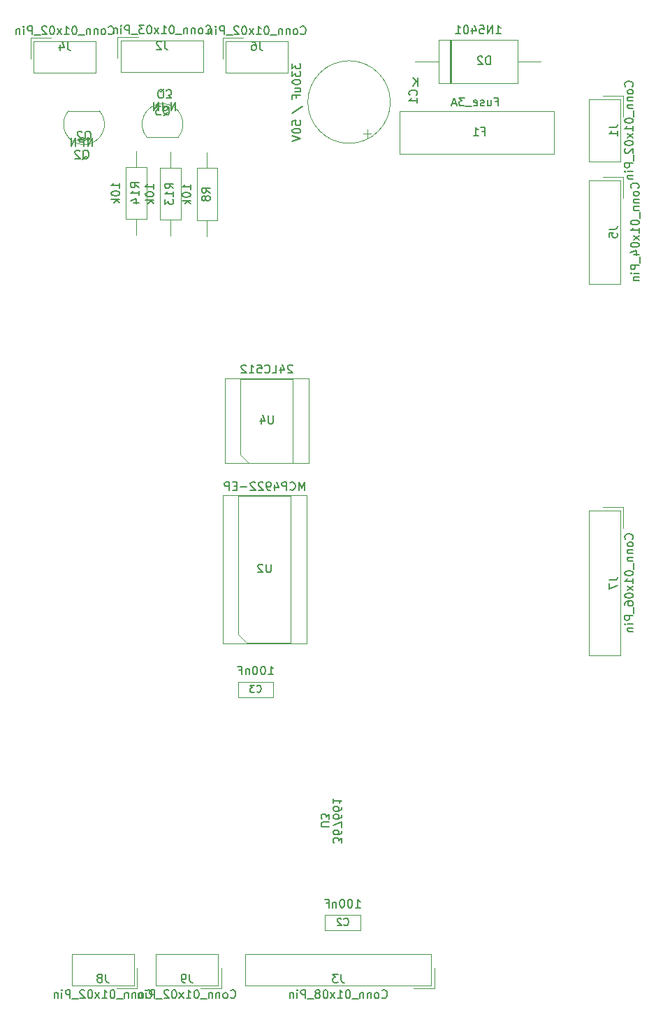
<source format=gbr>
%TF.GenerationSoftware,KiCad,Pcbnew,(7.0.0-0)*%
%TF.CreationDate,2023-07-19T10:46:03+09:00*%
%TF.ProjectId,Spct,53706374-2e6b-4696-9361-645f70636258,rev?*%
%TF.SameCoordinates,PX2540608PY1ee3f58*%
%TF.FileFunction,AssemblyDrawing,Bot*%
%FSLAX46Y46*%
G04 Gerber Fmt 4.6, Leading zero omitted, Abs format (unit mm)*
G04 Created by KiCad (PCBNEW (7.0.0-0)) date 2023-07-19 10:46:03*
%MOMM*%
%LPD*%
G01*
G04 APERTURE LIST*
%ADD10C,0.150000*%
%ADD11C,0.129000*%
%ADD12C,0.100000*%
G04 APERTURE END LIST*
D10*
%TO.C,U3*%
X50162619Y-100604285D02*
X50162619Y-99985238D01*
X50162619Y-99985238D02*
X49781666Y-100318571D01*
X49781666Y-100318571D02*
X49781666Y-100175714D01*
X49781666Y-100175714D02*
X49734047Y-100080476D01*
X49734047Y-100080476D02*
X49686428Y-100032857D01*
X49686428Y-100032857D02*
X49591190Y-99985238D01*
X49591190Y-99985238D02*
X49353095Y-99985238D01*
X49353095Y-99985238D02*
X49257857Y-100032857D01*
X49257857Y-100032857D02*
X49210238Y-100080476D01*
X49210238Y-100080476D02*
X49162619Y-100175714D01*
X49162619Y-100175714D02*
X49162619Y-100461428D01*
X49162619Y-100461428D02*
X49210238Y-100556666D01*
X49210238Y-100556666D02*
X49257857Y-100604285D01*
X50162619Y-99128095D02*
X50162619Y-99318571D01*
X50162619Y-99318571D02*
X50115000Y-99413809D01*
X50115000Y-99413809D02*
X50067380Y-99461428D01*
X50067380Y-99461428D02*
X49924523Y-99556666D01*
X49924523Y-99556666D02*
X49734047Y-99604285D01*
X49734047Y-99604285D02*
X49353095Y-99604285D01*
X49353095Y-99604285D02*
X49257857Y-99556666D01*
X49257857Y-99556666D02*
X49210238Y-99509047D01*
X49210238Y-99509047D02*
X49162619Y-99413809D01*
X49162619Y-99413809D02*
X49162619Y-99223333D01*
X49162619Y-99223333D02*
X49210238Y-99128095D01*
X49210238Y-99128095D02*
X49257857Y-99080476D01*
X49257857Y-99080476D02*
X49353095Y-99032857D01*
X49353095Y-99032857D02*
X49591190Y-99032857D01*
X49591190Y-99032857D02*
X49686428Y-99080476D01*
X49686428Y-99080476D02*
X49734047Y-99128095D01*
X49734047Y-99128095D02*
X49781666Y-99223333D01*
X49781666Y-99223333D02*
X49781666Y-99413809D01*
X49781666Y-99413809D02*
X49734047Y-99509047D01*
X49734047Y-99509047D02*
X49686428Y-99556666D01*
X49686428Y-99556666D02*
X49591190Y-99604285D01*
X50162619Y-98699523D02*
X50162619Y-98032857D01*
X50162619Y-98032857D02*
X49162619Y-98461428D01*
X50162619Y-97223333D02*
X50162619Y-97413809D01*
X50162619Y-97413809D02*
X50115000Y-97509047D01*
X50115000Y-97509047D02*
X50067380Y-97556666D01*
X50067380Y-97556666D02*
X49924523Y-97651904D01*
X49924523Y-97651904D02*
X49734047Y-97699523D01*
X49734047Y-97699523D02*
X49353095Y-97699523D01*
X49353095Y-97699523D02*
X49257857Y-97651904D01*
X49257857Y-97651904D02*
X49210238Y-97604285D01*
X49210238Y-97604285D02*
X49162619Y-97509047D01*
X49162619Y-97509047D02*
X49162619Y-97318571D01*
X49162619Y-97318571D02*
X49210238Y-97223333D01*
X49210238Y-97223333D02*
X49257857Y-97175714D01*
X49257857Y-97175714D02*
X49353095Y-97128095D01*
X49353095Y-97128095D02*
X49591190Y-97128095D01*
X49591190Y-97128095D02*
X49686428Y-97175714D01*
X49686428Y-97175714D02*
X49734047Y-97223333D01*
X49734047Y-97223333D02*
X49781666Y-97318571D01*
X49781666Y-97318571D02*
X49781666Y-97509047D01*
X49781666Y-97509047D02*
X49734047Y-97604285D01*
X49734047Y-97604285D02*
X49686428Y-97651904D01*
X49686428Y-97651904D02*
X49591190Y-97699523D01*
X50162619Y-96270952D02*
X50162619Y-96461428D01*
X50162619Y-96461428D02*
X50115000Y-96556666D01*
X50115000Y-96556666D02*
X50067380Y-96604285D01*
X50067380Y-96604285D02*
X49924523Y-96699523D01*
X49924523Y-96699523D02*
X49734047Y-96747142D01*
X49734047Y-96747142D02*
X49353095Y-96747142D01*
X49353095Y-96747142D02*
X49257857Y-96699523D01*
X49257857Y-96699523D02*
X49210238Y-96651904D01*
X49210238Y-96651904D02*
X49162619Y-96556666D01*
X49162619Y-96556666D02*
X49162619Y-96366190D01*
X49162619Y-96366190D02*
X49210238Y-96270952D01*
X49210238Y-96270952D02*
X49257857Y-96223333D01*
X49257857Y-96223333D02*
X49353095Y-96175714D01*
X49353095Y-96175714D02*
X49591190Y-96175714D01*
X49591190Y-96175714D02*
X49686428Y-96223333D01*
X49686428Y-96223333D02*
X49734047Y-96270952D01*
X49734047Y-96270952D02*
X49781666Y-96366190D01*
X49781666Y-96366190D02*
X49781666Y-96556666D01*
X49781666Y-96556666D02*
X49734047Y-96651904D01*
X49734047Y-96651904D02*
X49686428Y-96699523D01*
X49686428Y-96699523D02*
X49591190Y-96747142D01*
X49162619Y-95223333D02*
X49162619Y-95794761D01*
X49162619Y-95509047D02*
X50162619Y-95509047D01*
X50162619Y-95509047D02*
X50019761Y-95604285D01*
X50019761Y-95604285D02*
X49924523Y-95699523D01*
X49924523Y-95699523D02*
X49876904Y-95794761D01*
X48662619Y-98651904D02*
X47853095Y-98651904D01*
X47853095Y-98651904D02*
X47757857Y-98604285D01*
X47757857Y-98604285D02*
X47710238Y-98556666D01*
X47710238Y-98556666D02*
X47662619Y-98461428D01*
X47662619Y-98461428D02*
X47662619Y-98270952D01*
X47662619Y-98270952D02*
X47710238Y-98175714D01*
X47710238Y-98175714D02*
X47757857Y-98128095D01*
X47757857Y-98128095D02*
X47853095Y-98080476D01*
X47853095Y-98080476D02*
X48662619Y-98080476D01*
X48662619Y-97699523D02*
X48662619Y-97080476D01*
X48662619Y-97080476D02*
X48281666Y-97413809D01*
X48281666Y-97413809D02*
X48281666Y-97270952D01*
X48281666Y-97270952D02*
X48234047Y-97175714D01*
X48234047Y-97175714D02*
X48186428Y-97128095D01*
X48186428Y-97128095D02*
X48091190Y-97080476D01*
X48091190Y-97080476D02*
X47853095Y-97080476D01*
X47853095Y-97080476D02*
X47757857Y-97128095D01*
X47757857Y-97128095D02*
X47710238Y-97175714D01*
X47710238Y-97175714D02*
X47662619Y-97270952D01*
X47662619Y-97270952D02*
X47662619Y-97556666D01*
X47662619Y-97556666D02*
X47710238Y-97651904D01*
X47710238Y-97651904D02*
X47757857Y-97699523D01*
%TO.C,J5*%
X86082142Y-21340475D02*
X86129761Y-21292856D01*
X86129761Y-21292856D02*
X86177380Y-21149999D01*
X86177380Y-21149999D02*
X86177380Y-21054761D01*
X86177380Y-21054761D02*
X86129761Y-20911904D01*
X86129761Y-20911904D02*
X86034523Y-20816666D01*
X86034523Y-20816666D02*
X85939285Y-20769047D01*
X85939285Y-20769047D02*
X85748809Y-20721428D01*
X85748809Y-20721428D02*
X85605952Y-20721428D01*
X85605952Y-20721428D02*
X85415476Y-20769047D01*
X85415476Y-20769047D02*
X85320238Y-20816666D01*
X85320238Y-20816666D02*
X85225000Y-20911904D01*
X85225000Y-20911904D02*
X85177380Y-21054761D01*
X85177380Y-21054761D02*
X85177380Y-21149999D01*
X85177380Y-21149999D02*
X85225000Y-21292856D01*
X85225000Y-21292856D02*
X85272619Y-21340475D01*
X86177380Y-21911904D02*
X86129761Y-21816666D01*
X86129761Y-21816666D02*
X86082142Y-21769047D01*
X86082142Y-21769047D02*
X85986904Y-21721428D01*
X85986904Y-21721428D02*
X85701190Y-21721428D01*
X85701190Y-21721428D02*
X85605952Y-21769047D01*
X85605952Y-21769047D02*
X85558333Y-21816666D01*
X85558333Y-21816666D02*
X85510714Y-21911904D01*
X85510714Y-21911904D02*
X85510714Y-22054761D01*
X85510714Y-22054761D02*
X85558333Y-22149999D01*
X85558333Y-22149999D02*
X85605952Y-22197618D01*
X85605952Y-22197618D02*
X85701190Y-22245237D01*
X85701190Y-22245237D02*
X85986904Y-22245237D01*
X85986904Y-22245237D02*
X86082142Y-22197618D01*
X86082142Y-22197618D02*
X86129761Y-22149999D01*
X86129761Y-22149999D02*
X86177380Y-22054761D01*
X86177380Y-22054761D02*
X86177380Y-21911904D01*
X85510714Y-22673809D02*
X86177380Y-22673809D01*
X85605952Y-22673809D02*
X85558333Y-22721428D01*
X85558333Y-22721428D02*
X85510714Y-22816666D01*
X85510714Y-22816666D02*
X85510714Y-22959523D01*
X85510714Y-22959523D02*
X85558333Y-23054761D01*
X85558333Y-23054761D02*
X85653571Y-23102380D01*
X85653571Y-23102380D02*
X86177380Y-23102380D01*
X85510714Y-23578571D02*
X86177380Y-23578571D01*
X85605952Y-23578571D02*
X85558333Y-23626190D01*
X85558333Y-23626190D02*
X85510714Y-23721428D01*
X85510714Y-23721428D02*
X85510714Y-23864285D01*
X85510714Y-23864285D02*
X85558333Y-23959523D01*
X85558333Y-23959523D02*
X85653571Y-24007142D01*
X85653571Y-24007142D02*
X86177380Y-24007142D01*
X86272619Y-24245238D02*
X86272619Y-25007142D01*
X85177380Y-25435714D02*
X85177380Y-25530952D01*
X85177380Y-25530952D02*
X85225000Y-25626190D01*
X85225000Y-25626190D02*
X85272619Y-25673809D01*
X85272619Y-25673809D02*
X85367857Y-25721428D01*
X85367857Y-25721428D02*
X85558333Y-25769047D01*
X85558333Y-25769047D02*
X85796428Y-25769047D01*
X85796428Y-25769047D02*
X85986904Y-25721428D01*
X85986904Y-25721428D02*
X86082142Y-25673809D01*
X86082142Y-25673809D02*
X86129761Y-25626190D01*
X86129761Y-25626190D02*
X86177380Y-25530952D01*
X86177380Y-25530952D02*
X86177380Y-25435714D01*
X86177380Y-25435714D02*
X86129761Y-25340476D01*
X86129761Y-25340476D02*
X86082142Y-25292857D01*
X86082142Y-25292857D02*
X85986904Y-25245238D01*
X85986904Y-25245238D02*
X85796428Y-25197619D01*
X85796428Y-25197619D02*
X85558333Y-25197619D01*
X85558333Y-25197619D02*
X85367857Y-25245238D01*
X85367857Y-25245238D02*
X85272619Y-25292857D01*
X85272619Y-25292857D02*
X85225000Y-25340476D01*
X85225000Y-25340476D02*
X85177380Y-25435714D01*
X86177380Y-26721428D02*
X86177380Y-26150000D01*
X86177380Y-26435714D02*
X85177380Y-26435714D01*
X85177380Y-26435714D02*
X85320238Y-26340476D01*
X85320238Y-26340476D02*
X85415476Y-26245238D01*
X85415476Y-26245238D02*
X85463095Y-26150000D01*
X86177380Y-27054762D02*
X85510714Y-27578571D01*
X85510714Y-27054762D02*
X86177380Y-27578571D01*
X85177380Y-28150000D02*
X85177380Y-28245238D01*
X85177380Y-28245238D02*
X85225000Y-28340476D01*
X85225000Y-28340476D02*
X85272619Y-28388095D01*
X85272619Y-28388095D02*
X85367857Y-28435714D01*
X85367857Y-28435714D02*
X85558333Y-28483333D01*
X85558333Y-28483333D02*
X85796428Y-28483333D01*
X85796428Y-28483333D02*
X85986904Y-28435714D01*
X85986904Y-28435714D02*
X86082142Y-28388095D01*
X86082142Y-28388095D02*
X86129761Y-28340476D01*
X86129761Y-28340476D02*
X86177380Y-28245238D01*
X86177380Y-28245238D02*
X86177380Y-28150000D01*
X86177380Y-28150000D02*
X86129761Y-28054762D01*
X86129761Y-28054762D02*
X86082142Y-28007143D01*
X86082142Y-28007143D02*
X85986904Y-27959524D01*
X85986904Y-27959524D02*
X85796428Y-27911905D01*
X85796428Y-27911905D02*
X85558333Y-27911905D01*
X85558333Y-27911905D02*
X85367857Y-27959524D01*
X85367857Y-27959524D02*
X85272619Y-28007143D01*
X85272619Y-28007143D02*
X85225000Y-28054762D01*
X85225000Y-28054762D02*
X85177380Y-28150000D01*
X85510714Y-29340476D02*
X86177380Y-29340476D01*
X85129761Y-29102381D02*
X85844047Y-28864286D01*
X85844047Y-28864286D02*
X85844047Y-29483333D01*
X86272619Y-29626191D02*
X86272619Y-30388095D01*
X86177380Y-30626191D02*
X85177380Y-30626191D01*
X85177380Y-30626191D02*
X85177380Y-31007143D01*
X85177380Y-31007143D02*
X85225000Y-31102381D01*
X85225000Y-31102381D02*
X85272619Y-31150000D01*
X85272619Y-31150000D02*
X85367857Y-31197619D01*
X85367857Y-31197619D02*
X85510714Y-31197619D01*
X85510714Y-31197619D02*
X85605952Y-31150000D01*
X85605952Y-31150000D02*
X85653571Y-31102381D01*
X85653571Y-31102381D02*
X85701190Y-31007143D01*
X85701190Y-31007143D02*
X85701190Y-30626191D01*
X86177380Y-31626191D02*
X85510714Y-31626191D01*
X85177380Y-31626191D02*
X85225000Y-31578572D01*
X85225000Y-31578572D02*
X85272619Y-31626191D01*
X85272619Y-31626191D02*
X85225000Y-31673810D01*
X85225000Y-31673810D02*
X85177380Y-31626191D01*
X85177380Y-31626191D02*
X85272619Y-31626191D01*
X85510714Y-32102381D02*
X86177380Y-32102381D01*
X85605952Y-32102381D02*
X85558333Y-32150000D01*
X85558333Y-32150000D02*
X85510714Y-32245238D01*
X85510714Y-32245238D02*
X85510714Y-32388095D01*
X85510714Y-32388095D02*
X85558333Y-32483333D01*
X85558333Y-32483333D02*
X85653571Y-32530952D01*
X85653571Y-32530952D02*
X86177380Y-32530952D01*
X82567380Y-26316666D02*
X83281666Y-26316666D01*
X83281666Y-26316666D02*
X83424523Y-26269047D01*
X83424523Y-26269047D02*
X83519761Y-26173809D01*
X83519761Y-26173809D02*
X83567380Y-26030952D01*
X83567380Y-26030952D02*
X83567380Y-25935714D01*
X82567380Y-27269047D02*
X82567380Y-26792857D01*
X82567380Y-26792857D02*
X83043571Y-26745238D01*
X83043571Y-26745238D02*
X82995952Y-26792857D01*
X82995952Y-26792857D02*
X82948333Y-26888095D01*
X82948333Y-26888095D02*
X82948333Y-27126190D01*
X82948333Y-27126190D02*
X82995952Y-27221428D01*
X82995952Y-27221428D02*
X83043571Y-27269047D01*
X83043571Y-27269047D02*
X83138809Y-27316666D01*
X83138809Y-27316666D02*
X83376904Y-27316666D01*
X83376904Y-27316666D02*
X83472142Y-27269047D01*
X83472142Y-27269047D02*
X83519761Y-27221428D01*
X83519761Y-27221428D02*
X83567380Y-27126190D01*
X83567380Y-27126190D02*
X83567380Y-26888095D01*
X83567380Y-26888095D02*
X83519761Y-26792857D01*
X83519761Y-26792857D02*
X83472142Y-26745238D01*
%TO.C,J1*%
X85372142Y-9021475D02*
X85419761Y-8973856D01*
X85419761Y-8973856D02*
X85467380Y-8830999D01*
X85467380Y-8830999D02*
X85467380Y-8735761D01*
X85467380Y-8735761D02*
X85419761Y-8592904D01*
X85419761Y-8592904D02*
X85324523Y-8497666D01*
X85324523Y-8497666D02*
X85229285Y-8450047D01*
X85229285Y-8450047D02*
X85038809Y-8402428D01*
X85038809Y-8402428D02*
X84895952Y-8402428D01*
X84895952Y-8402428D02*
X84705476Y-8450047D01*
X84705476Y-8450047D02*
X84610238Y-8497666D01*
X84610238Y-8497666D02*
X84515000Y-8592904D01*
X84515000Y-8592904D02*
X84467380Y-8735761D01*
X84467380Y-8735761D02*
X84467380Y-8830999D01*
X84467380Y-8830999D02*
X84515000Y-8973856D01*
X84515000Y-8973856D02*
X84562619Y-9021475D01*
X85467380Y-9592904D02*
X85419761Y-9497666D01*
X85419761Y-9497666D02*
X85372142Y-9450047D01*
X85372142Y-9450047D02*
X85276904Y-9402428D01*
X85276904Y-9402428D02*
X84991190Y-9402428D01*
X84991190Y-9402428D02*
X84895952Y-9450047D01*
X84895952Y-9450047D02*
X84848333Y-9497666D01*
X84848333Y-9497666D02*
X84800714Y-9592904D01*
X84800714Y-9592904D02*
X84800714Y-9735761D01*
X84800714Y-9735761D02*
X84848333Y-9830999D01*
X84848333Y-9830999D02*
X84895952Y-9878618D01*
X84895952Y-9878618D02*
X84991190Y-9926237D01*
X84991190Y-9926237D02*
X85276904Y-9926237D01*
X85276904Y-9926237D02*
X85372142Y-9878618D01*
X85372142Y-9878618D02*
X85419761Y-9830999D01*
X85419761Y-9830999D02*
X85467380Y-9735761D01*
X85467380Y-9735761D02*
X85467380Y-9592904D01*
X84800714Y-10354809D02*
X85467380Y-10354809D01*
X84895952Y-10354809D02*
X84848333Y-10402428D01*
X84848333Y-10402428D02*
X84800714Y-10497666D01*
X84800714Y-10497666D02*
X84800714Y-10640523D01*
X84800714Y-10640523D02*
X84848333Y-10735761D01*
X84848333Y-10735761D02*
X84943571Y-10783380D01*
X84943571Y-10783380D02*
X85467380Y-10783380D01*
X84800714Y-11259571D02*
X85467380Y-11259571D01*
X84895952Y-11259571D02*
X84848333Y-11307190D01*
X84848333Y-11307190D02*
X84800714Y-11402428D01*
X84800714Y-11402428D02*
X84800714Y-11545285D01*
X84800714Y-11545285D02*
X84848333Y-11640523D01*
X84848333Y-11640523D02*
X84943571Y-11688142D01*
X84943571Y-11688142D02*
X85467380Y-11688142D01*
X85562619Y-11926238D02*
X85562619Y-12688142D01*
X84467380Y-13116714D02*
X84467380Y-13211952D01*
X84467380Y-13211952D02*
X84515000Y-13307190D01*
X84515000Y-13307190D02*
X84562619Y-13354809D01*
X84562619Y-13354809D02*
X84657857Y-13402428D01*
X84657857Y-13402428D02*
X84848333Y-13450047D01*
X84848333Y-13450047D02*
X85086428Y-13450047D01*
X85086428Y-13450047D02*
X85276904Y-13402428D01*
X85276904Y-13402428D02*
X85372142Y-13354809D01*
X85372142Y-13354809D02*
X85419761Y-13307190D01*
X85419761Y-13307190D02*
X85467380Y-13211952D01*
X85467380Y-13211952D02*
X85467380Y-13116714D01*
X85467380Y-13116714D02*
X85419761Y-13021476D01*
X85419761Y-13021476D02*
X85372142Y-12973857D01*
X85372142Y-12973857D02*
X85276904Y-12926238D01*
X85276904Y-12926238D02*
X85086428Y-12878619D01*
X85086428Y-12878619D02*
X84848333Y-12878619D01*
X84848333Y-12878619D02*
X84657857Y-12926238D01*
X84657857Y-12926238D02*
X84562619Y-12973857D01*
X84562619Y-12973857D02*
X84515000Y-13021476D01*
X84515000Y-13021476D02*
X84467380Y-13116714D01*
X85467380Y-14402428D02*
X85467380Y-13831000D01*
X85467380Y-14116714D02*
X84467380Y-14116714D01*
X84467380Y-14116714D02*
X84610238Y-14021476D01*
X84610238Y-14021476D02*
X84705476Y-13926238D01*
X84705476Y-13926238D02*
X84753095Y-13831000D01*
X85467380Y-14735762D02*
X84800714Y-15259571D01*
X84800714Y-14735762D02*
X85467380Y-15259571D01*
X84467380Y-15831000D02*
X84467380Y-15926238D01*
X84467380Y-15926238D02*
X84515000Y-16021476D01*
X84515000Y-16021476D02*
X84562619Y-16069095D01*
X84562619Y-16069095D02*
X84657857Y-16116714D01*
X84657857Y-16116714D02*
X84848333Y-16164333D01*
X84848333Y-16164333D02*
X85086428Y-16164333D01*
X85086428Y-16164333D02*
X85276904Y-16116714D01*
X85276904Y-16116714D02*
X85372142Y-16069095D01*
X85372142Y-16069095D02*
X85419761Y-16021476D01*
X85419761Y-16021476D02*
X85467380Y-15926238D01*
X85467380Y-15926238D02*
X85467380Y-15831000D01*
X85467380Y-15831000D02*
X85419761Y-15735762D01*
X85419761Y-15735762D02*
X85372142Y-15688143D01*
X85372142Y-15688143D02*
X85276904Y-15640524D01*
X85276904Y-15640524D02*
X85086428Y-15592905D01*
X85086428Y-15592905D02*
X84848333Y-15592905D01*
X84848333Y-15592905D02*
X84657857Y-15640524D01*
X84657857Y-15640524D02*
X84562619Y-15688143D01*
X84562619Y-15688143D02*
X84515000Y-15735762D01*
X84515000Y-15735762D02*
X84467380Y-15831000D01*
X84562619Y-16545286D02*
X84515000Y-16592905D01*
X84515000Y-16592905D02*
X84467380Y-16688143D01*
X84467380Y-16688143D02*
X84467380Y-16926238D01*
X84467380Y-16926238D02*
X84515000Y-17021476D01*
X84515000Y-17021476D02*
X84562619Y-17069095D01*
X84562619Y-17069095D02*
X84657857Y-17116714D01*
X84657857Y-17116714D02*
X84753095Y-17116714D01*
X84753095Y-17116714D02*
X84895952Y-17069095D01*
X84895952Y-17069095D02*
X85467380Y-16497667D01*
X85467380Y-16497667D02*
X85467380Y-17116714D01*
X85562619Y-17307191D02*
X85562619Y-18069095D01*
X85467380Y-18307191D02*
X84467380Y-18307191D01*
X84467380Y-18307191D02*
X84467380Y-18688143D01*
X84467380Y-18688143D02*
X84515000Y-18783381D01*
X84515000Y-18783381D02*
X84562619Y-18831000D01*
X84562619Y-18831000D02*
X84657857Y-18878619D01*
X84657857Y-18878619D02*
X84800714Y-18878619D01*
X84800714Y-18878619D02*
X84895952Y-18831000D01*
X84895952Y-18831000D02*
X84943571Y-18783381D01*
X84943571Y-18783381D02*
X84991190Y-18688143D01*
X84991190Y-18688143D02*
X84991190Y-18307191D01*
X85467380Y-19307191D02*
X84800714Y-19307191D01*
X84467380Y-19307191D02*
X84515000Y-19259572D01*
X84515000Y-19259572D02*
X84562619Y-19307191D01*
X84562619Y-19307191D02*
X84515000Y-19354810D01*
X84515000Y-19354810D02*
X84467380Y-19307191D01*
X84467380Y-19307191D02*
X84562619Y-19307191D01*
X84800714Y-19783381D02*
X85467380Y-19783381D01*
X84895952Y-19783381D02*
X84848333Y-19831000D01*
X84848333Y-19831000D02*
X84800714Y-19926238D01*
X84800714Y-19926238D02*
X84800714Y-20069095D01*
X84800714Y-20069095D02*
X84848333Y-20164333D01*
X84848333Y-20164333D02*
X84943571Y-20211952D01*
X84943571Y-20211952D02*
X85467380Y-20211952D01*
X82567380Y-13997666D02*
X83281666Y-13997666D01*
X83281666Y-13997666D02*
X83424523Y-13950047D01*
X83424523Y-13950047D02*
X83519761Y-13854809D01*
X83519761Y-13854809D02*
X83567380Y-13711952D01*
X83567380Y-13711952D02*
X83567380Y-13616714D01*
X83567380Y-14997666D02*
X83567380Y-14426238D01*
X83567380Y-14711952D02*
X82567380Y-14711952D01*
X82567380Y-14711952D02*
X82710238Y-14616714D01*
X82710238Y-14616714D02*
X82805476Y-14521476D01*
X82805476Y-14521476D02*
X82853095Y-14426238D01*
%TO.C,J3*%
X55050524Y-119296142D02*
X55098143Y-119343761D01*
X55098143Y-119343761D02*
X55241000Y-119391380D01*
X55241000Y-119391380D02*
X55336238Y-119391380D01*
X55336238Y-119391380D02*
X55479095Y-119343761D01*
X55479095Y-119343761D02*
X55574333Y-119248523D01*
X55574333Y-119248523D02*
X55621952Y-119153285D01*
X55621952Y-119153285D02*
X55669571Y-118962809D01*
X55669571Y-118962809D02*
X55669571Y-118819952D01*
X55669571Y-118819952D02*
X55621952Y-118629476D01*
X55621952Y-118629476D02*
X55574333Y-118534238D01*
X55574333Y-118534238D02*
X55479095Y-118439000D01*
X55479095Y-118439000D02*
X55336238Y-118391380D01*
X55336238Y-118391380D02*
X55241000Y-118391380D01*
X55241000Y-118391380D02*
X55098143Y-118439000D01*
X55098143Y-118439000D02*
X55050524Y-118486619D01*
X54479095Y-119391380D02*
X54574333Y-119343761D01*
X54574333Y-119343761D02*
X54621952Y-119296142D01*
X54621952Y-119296142D02*
X54669571Y-119200904D01*
X54669571Y-119200904D02*
X54669571Y-118915190D01*
X54669571Y-118915190D02*
X54621952Y-118819952D01*
X54621952Y-118819952D02*
X54574333Y-118772333D01*
X54574333Y-118772333D02*
X54479095Y-118724714D01*
X54479095Y-118724714D02*
X54336238Y-118724714D01*
X54336238Y-118724714D02*
X54241000Y-118772333D01*
X54241000Y-118772333D02*
X54193381Y-118819952D01*
X54193381Y-118819952D02*
X54145762Y-118915190D01*
X54145762Y-118915190D02*
X54145762Y-119200904D01*
X54145762Y-119200904D02*
X54193381Y-119296142D01*
X54193381Y-119296142D02*
X54241000Y-119343761D01*
X54241000Y-119343761D02*
X54336238Y-119391380D01*
X54336238Y-119391380D02*
X54479095Y-119391380D01*
X53717190Y-118724714D02*
X53717190Y-119391380D01*
X53717190Y-118819952D02*
X53669571Y-118772333D01*
X53669571Y-118772333D02*
X53574333Y-118724714D01*
X53574333Y-118724714D02*
X53431476Y-118724714D01*
X53431476Y-118724714D02*
X53336238Y-118772333D01*
X53336238Y-118772333D02*
X53288619Y-118867571D01*
X53288619Y-118867571D02*
X53288619Y-119391380D01*
X52812428Y-118724714D02*
X52812428Y-119391380D01*
X52812428Y-118819952D02*
X52764809Y-118772333D01*
X52764809Y-118772333D02*
X52669571Y-118724714D01*
X52669571Y-118724714D02*
X52526714Y-118724714D01*
X52526714Y-118724714D02*
X52431476Y-118772333D01*
X52431476Y-118772333D02*
X52383857Y-118867571D01*
X52383857Y-118867571D02*
X52383857Y-119391380D01*
X52145762Y-119486619D02*
X51383857Y-119486619D01*
X50955285Y-118391380D02*
X50860047Y-118391380D01*
X50860047Y-118391380D02*
X50764809Y-118439000D01*
X50764809Y-118439000D02*
X50717190Y-118486619D01*
X50717190Y-118486619D02*
X50669571Y-118581857D01*
X50669571Y-118581857D02*
X50621952Y-118772333D01*
X50621952Y-118772333D02*
X50621952Y-119010428D01*
X50621952Y-119010428D02*
X50669571Y-119200904D01*
X50669571Y-119200904D02*
X50717190Y-119296142D01*
X50717190Y-119296142D02*
X50764809Y-119343761D01*
X50764809Y-119343761D02*
X50860047Y-119391380D01*
X50860047Y-119391380D02*
X50955285Y-119391380D01*
X50955285Y-119391380D02*
X51050523Y-119343761D01*
X51050523Y-119343761D02*
X51098142Y-119296142D01*
X51098142Y-119296142D02*
X51145761Y-119200904D01*
X51145761Y-119200904D02*
X51193380Y-119010428D01*
X51193380Y-119010428D02*
X51193380Y-118772333D01*
X51193380Y-118772333D02*
X51145761Y-118581857D01*
X51145761Y-118581857D02*
X51098142Y-118486619D01*
X51098142Y-118486619D02*
X51050523Y-118439000D01*
X51050523Y-118439000D02*
X50955285Y-118391380D01*
X49669571Y-119391380D02*
X50240999Y-119391380D01*
X49955285Y-119391380D02*
X49955285Y-118391380D01*
X49955285Y-118391380D02*
X50050523Y-118534238D01*
X50050523Y-118534238D02*
X50145761Y-118629476D01*
X50145761Y-118629476D02*
X50240999Y-118677095D01*
X49336237Y-119391380D02*
X48812428Y-118724714D01*
X49336237Y-118724714D02*
X48812428Y-119391380D01*
X48240999Y-118391380D02*
X48145761Y-118391380D01*
X48145761Y-118391380D02*
X48050523Y-118439000D01*
X48050523Y-118439000D02*
X48002904Y-118486619D01*
X48002904Y-118486619D02*
X47955285Y-118581857D01*
X47955285Y-118581857D02*
X47907666Y-118772333D01*
X47907666Y-118772333D02*
X47907666Y-119010428D01*
X47907666Y-119010428D02*
X47955285Y-119200904D01*
X47955285Y-119200904D02*
X48002904Y-119296142D01*
X48002904Y-119296142D02*
X48050523Y-119343761D01*
X48050523Y-119343761D02*
X48145761Y-119391380D01*
X48145761Y-119391380D02*
X48240999Y-119391380D01*
X48240999Y-119391380D02*
X48336237Y-119343761D01*
X48336237Y-119343761D02*
X48383856Y-119296142D01*
X48383856Y-119296142D02*
X48431475Y-119200904D01*
X48431475Y-119200904D02*
X48479094Y-119010428D01*
X48479094Y-119010428D02*
X48479094Y-118772333D01*
X48479094Y-118772333D02*
X48431475Y-118581857D01*
X48431475Y-118581857D02*
X48383856Y-118486619D01*
X48383856Y-118486619D02*
X48336237Y-118439000D01*
X48336237Y-118439000D02*
X48240999Y-118391380D01*
X47336237Y-118819952D02*
X47431475Y-118772333D01*
X47431475Y-118772333D02*
X47479094Y-118724714D01*
X47479094Y-118724714D02*
X47526713Y-118629476D01*
X47526713Y-118629476D02*
X47526713Y-118581857D01*
X47526713Y-118581857D02*
X47479094Y-118486619D01*
X47479094Y-118486619D02*
X47431475Y-118439000D01*
X47431475Y-118439000D02*
X47336237Y-118391380D01*
X47336237Y-118391380D02*
X47145761Y-118391380D01*
X47145761Y-118391380D02*
X47050523Y-118439000D01*
X47050523Y-118439000D02*
X47002904Y-118486619D01*
X47002904Y-118486619D02*
X46955285Y-118581857D01*
X46955285Y-118581857D02*
X46955285Y-118629476D01*
X46955285Y-118629476D02*
X47002904Y-118724714D01*
X47002904Y-118724714D02*
X47050523Y-118772333D01*
X47050523Y-118772333D02*
X47145761Y-118819952D01*
X47145761Y-118819952D02*
X47336237Y-118819952D01*
X47336237Y-118819952D02*
X47431475Y-118867571D01*
X47431475Y-118867571D02*
X47479094Y-118915190D01*
X47479094Y-118915190D02*
X47526713Y-119010428D01*
X47526713Y-119010428D02*
X47526713Y-119200904D01*
X47526713Y-119200904D02*
X47479094Y-119296142D01*
X47479094Y-119296142D02*
X47431475Y-119343761D01*
X47431475Y-119343761D02*
X47336237Y-119391380D01*
X47336237Y-119391380D02*
X47145761Y-119391380D01*
X47145761Y-119391380D02*
X47050523Y-119343761D01*
X47050523Y-119343761D02*
X47002904Y-119296142D01*
X47002904Y-119296142D02*
X46955285Y-119200904D01*
X46955285Y-119200904D02*
X46955285Y-119010428D01*
X46955285Y-119010428D02*
X47002904Y-118915190D01*
X47002904Y-118915190D02*
X47050523Y-118867571D01*
X47050523Y-118867571D02*
X47145761Y-118819952D01*
X46764809Y-119486619D02*
X46002904Y-119486619D01*
X45764808Y-119391380D02*
X45764808Y-118391380D01*
X45764808Y-118391380D02*
X45383856Y-118391380D01*
X45383856Y-118391380D02*
X45288618Y-118439000D01*
X45288618Y-118439000D02*
X45240999Y-118486619D01*
X45240999Y-118486619D02*
X45193380Y-118581857D01*
X45193380Y-118581857D02*
X45193380Y-118724714D01*
X45193380Y-118724714D02*
X45240999Y-118819952D01*
X45240999Y-118819952D02*
X45288618Y-118867571D01*
X45288618Y-118867571D02*
X45383856Y-118915190D01*
X45383856Y-118915190D02*
X45764808Y-118915190D01*
X44764808Y-119391380D02*
X44764808Y-118724714D01*
X44764808Y-118391380D02*
X44812427Y-118439000D01*
X44812427Y-118439000D02*
X44764808Y-118486619D01*
X44764808Y-118486619D02*
X44717189Y-118439000D01*
X44717189Y-118439000D02*
X44764808Y-118391380D01*
X44764808Y-118391380D02*
X44764808Y-118486619D01*
X44288618Y-118724714D02*
X44288618Y-119391380D01*
X44288618Y-118819952D02*
X44240999Y-118772333D01*
X44240999Y-118772333D02*
X44145761Y-118724714D01*
X44145761Y-118724714D02*
X44002904Y-118724714D01*
X44002904Y-118724714D02*
X43907666Y-118772333D01*
X43907666Y-118772333D02*
X43860047Y-118867571D01*
X43860047Y-118867571D02*
X43860047Y-119391380D01*
X50074333Y-116491380D02*
X50074333Y-117205666D01*
X50074333Y-117205666D02*
X50121952Y-117348523D01*
X50121952Y-117348523D02*
X50217190Y-117443761D01*
X50217190Y-117443761D02*
X50360047Y-117491380D01*
X50360047Y-117491380D02*
X50455285Y-117491380D01*
X49693380Y-116491380D02*
X49074333Y-116491380D01*
X49074333Y-116491380D02*
X49407666Y-116872333D01*
X49407666Y-116872333D02*
X49264809Y-116872333D01*
X49264809Y-116872333D02*
X49169571Y-116919952D01*
X49169571Y-116919952D02*
X49121952Y-116967571D01*
X49121952Y-116967571D02*
X49074333Y-117062809D01*
X49074333Y-117062809D02*
X49074333Y-117300904D01*
X49074333Y-117300904D02*
X49121952Y-117396142D01*
X49121952Y-117396142D02*
X49169571Y-117443761D01*
X49169571Y-117443761D02*
X49264809Y-117491380D01*
X49264809Y-117491380D02*
X49550523Y-117491380D01*
X49550523Y-117491380D02*
X49645761Y-117443761D01*
X49645761Y-117443761D02*
X49693380Y-117396142D01*
%TO.C,R13*%
X27386380Y-21413761D02*
X27386380Y-20842333D01*
X27386380Y-21128047D02*
X26386380Y-21128047D01*
X26386380Y-21128047D02*
X26529238Y-21032809D01*
X26529238Y-21032809D02*
X26624476Y-20937571D01*
X26624476Y-20937571D02*
X26672095Y-20842333D01*
X26386380Y-22032809D02*
X26386380Y-22128047D01*
X26386380Y-22128047D02*
X26434000Y-22223285D01*
X26434000Y-22223285D02*
X26481619Y-22270904D01*
X26481619Y-22270904D02*
X26576857Y-22318523D01*
X26576857Y-22318523D02*
X26767333Y-22366142D01*
X26767333Y-22366142D02*
X27005428Y-22366142D01*
X27005428Y-22366142D02*
X27195904Y-22318523D01*
X27195904Y-22318523D02*
X27291142Y-22270904D01*
X27291142Y-22270904D02*
X27338761Y-22223285D01*
X27338761Y-22223285D02*
X27386380Y-22128047D01*
X27386380Y-22128047D02*
X27386380Y-22032809D01*
X27386380Y-22032809D02*
X27338761Y-21937571D01*
X27338761Y-21937571D02*
X27291142Y-21889952D01*
X27291142Y-21889952D02*
X27195904Y-21842333D01*
X27195904Y-21842333D02*
X27005428Y-21794714D01*
X27005428Y-21794714D02*
X26767333Y-21794714D01*
X26767333Y-21794714D02*
X26576857Y-21842333D01*
X26576857Y-21842333D02*
X26481619Y-21889952D01*
X26481619Y-21889952D02*
X26434000Y-21937571D01*
X26434000Y-21937571D02*
X26386380Y-22032809D01*
X27386380Y-22794714D02*
X26386380Y-22794714D01*
X27005428Y-22889952D02*
X27386380Y-23175666D01*
X26719714Y-23175666D02*
X27100666Y-22794714D01*
X29756380Y-21366142D02*
X29280190Y-21032809D01*
X29756380Y-20794714D02*
X28756380Y-20794714D01*
X28756380Y-20794714D02*
X28756380Y-21175666D01*
X28756380Y-21175666D02*
X28804000Y-21270904D01*
X28804000Y-21270904D02*
X28851619Y-21318523D01*
X28851619Y-21318523D02*
X28946857Y-21366142D01*
X28946857Y-21366142D02*
X29089714Y-21366142D01*
X29089714Y-21366142D02*
X29184952Y-21318523D01*
X29184952Y-21318523D02*
X29232571Y-21270904D01*
X29232571Y-21270904D02*
X29280190Y-21175666D01*
X29280190Y-21175666D02*
X29280190Y-20794714D01*
X29756380Y-22318523D02*
X29756380Y-21747095D01*
X29756380Y-22032809D02*
X28756380Y-22032809D01*
X28756380Y-22032809D02*
X28899238Y-21937571D01*
X28899238Y-21937571D02*
X28994476Y-21842333D01*
X28994476Y-21842333D02*
X29042095Y-21747095D01*
X28756380Y-22651857D02*
X28756380Y-23270904D01*
X28756380Y-23270904D02*
X29137333Y-22937571D01*
X29137333Y-22937571D02*
X29137333Y-23080428D01*
X29137333Y-23080428D02*
X29184952Y-23175666D01*
X29184952Y-23175666D02*
X29232571Y-23223285D01*
X29232571Y-23223285D02*
X29327809Y-23270904D01*
X29327809Y-23270904D02*
X29565904Y-23270904D01*
X29565904Y-23270904D02*
X29661142Y-23223285D01*
X29661142Y-23223285D02*
X29708761Y-23175666D01*
X29708761Y-23175666D02*
X29756380Y-23080428D01*
X29756380Y-23080428D02*
X29756380Y-22794714D01*
X29756380Y-22794714D02*
X29708761Y-22699476D01*
X29708761Y-22699476D02*
X29661142Y-22651857D01*
%TO.C,F1*%
X68776571Y-10848571D02*
X69109904Y-10848571D01*
X69109904Y-11372380D02*
X69109904Y-10372380D01*
X69109904Y-10372380D02*
X68633714Y-10372380D01*
X67824190Y-10705714D02*
X67824190Y-11372380D01*
X68252761Y-10705714D02*
X68252761Y-11229523D01*
X68252761Y-11229523D02*
X68205142Y-11324761D01*
X68205142Y-11324761D02*
X68109904Y-11372380D01*
X68109904Y-11372380D02*
X67967047Y-11372380D01*
X67967047Y-11372380D02*
X67871809Y-11324761D01*
X67871809Y-11324761D02*
X67824190Y-11277142D01*
X67395618Y-11324761D02*
X67300380Y-11372380D01*
X67300380Y-11372380D02*
X67109904Y-11372380D01*
X67109904Y-11372380D02*
X67014666Y-11324761D01*
X67014666Y-11324761D02*
X66967047Y-11229523D01*
X66967047Y-11229523D02*
X66967047Y-11181904D01*
X66967047Y-11181904D02*
X67014666Y-11086666D01*
X67014666Y-11086666D02*
X67109904Y-11039047D01*
X67109904Y-11039047D02*
X67252761Y-11039047D01*
X67252761Y-11039047D02*
X67347999Y-10991428D01*
X67347999Y-10991428D02*
X67395618Y-10896190D01*
X67395618Y-10896190D02*
X67395618Y-10848571D01*
X67395618Y-10848571D02*
X67347999Y-10753333D01*
X67347999Y-10753333D02*
X67252761Y-10705714D01*
X67252761Y-10705714D02*
X67109904Y-10705714D01*
X67109904Y-10705714D02*
X67014666Y-10753333D01*
X66157523Y-11324761D02*
X66252761Y-11372380D01*
X66252761Y-11372380D02*
X66443237Y-11372380D01*
X66443237Y-11372380D02*
X66538475Y-11324761D01*
X66538475Y-11324761D02*
X66586094Y-11229523D01*
X66586094Y-11229523D02*
X66586094Y-10848571D01*
X66586094Y-10848571D02*
X66538475Y-10753333D01*
X66538475Y-10753333D02*
X66443237Y-10705714D01*
X66443237Y-10705714D02*
X66252761Y-10705714D01*
X66252761Y-10705714D02*
X66157523Y-10753333D01*
X66157523Y-10753333D02*
X66109904Y-10848571D01*
X66109904Y-10848571D02*
X66109904Y-10943809D01*
X66109904Y-10943809D02*
X66586094Y-11039047D01*
X65919428Y-11467619D02*
X65157523Y-11467619D01*
X65014665Y-10372380D02*
X64395618Y-10372380D01*
X64395618Y-10372380D02*
X64728951Y-10753333D01*
X64728951Y-10753333D02*
X64586094Y-10753333D01*
X64586094Y-10753333D02*
X64490856Y-10800952D01*
X64490856Y-10800952D02*
X64443237Y-10848571D01*
X64443237Y-10848571D02*
X64395618Y-10943809D01*
X64395618Y-10943809D02*
X64395618Y-11181904D01*
X64395618Y-11181904D02*
X64443237Y-11277142D01*
X64443237Y-11277142D02*
X64490856Y-11324761D01*
X64490856Y-11324761D02*
X64586094Y-11372380D01*
X64586094Y-11372380D02*
X64871808Y-11372380D01*
X64871808Y-11372380D02*
X64967046Y-11324761D01*
X64967046Y-11324761D02*
X65014665Y-11277142D01*
X64014665Y-11086666D02*
X63538475Y-11086666D01*
X64109903Y-11372380D02*
X63776570Y-10372380D01*
X63776570Y-10372380D02*
X63443237Y-11372380D01*
X67181333Y-14448571D02*
X67514666Y-14448571D01*
X67514666Y-14972380D02*
X67514666Y-13972380D01*
X67514666Y-13972380D02*
X67038476Y-13972380D01*
X66133714Y-14972380D02*
X66705142Y-14972380D01*
X66419428Y-14972380D02*
X66419428Y-13972380D01*
X66419428Y-13972380D02*
X66514666Y-14115238D01*
X66514666Y-14115238D02*
X66609904Y-14210476D01*
X66609904Y-14210476D02*
X66705142Y-14258095D01*
%TO.C,J8*%
X26522524Y-119296142D02*
X26570143Y-119343761D01*
X26570143Y-119343761D02*
X26713000Y-119391380D01*
X26713000Y-119391380D02*
X26808238Y-119391380D01*
X26808238Y-119391380D02*
X26951095Y-119343761D01*
X26951095Y-119343761D02*
X27046333Y-119248523D01*
X27046333Y-119248523D02*
X27093952Y-119153285D01*
X27093952Y-119153285D02*
X27141571Y-118962809D01*
X27141571Y-118962809D02*
X27141571Y-118819952D01*
X27141571Y-118819952D02*
X27093952Y-118629476D01*
X27093952Y-118629476D02*
X27046333Y-118534238D01*
X27046333Y-118534238D02*
X26951095Y-118439000D01*
X26951095Y-118439000D02*
X26808238Y-118391380D01*
X26808238Y-118391380D02*
X26713000Y-118391380D01*
X26713000Y-118391380D02*
X26570143Y-118439000D01*
X26570143Y-118439000D02*
X26522524Y-118486619D01*
X25951095Y-119391380D02*
X26046333Y-119343761D01*
X26046333Y-119343761D02*
X26093952Y-119296142D01*
X26093952Y-119296142D02*
X26141571Y-119200904D01*
X26141571Y-119200904D02*
X26141571Y-118915190D01*
X26141571Y-118915190D02*
X26093952Y-118819952D01*
X26093952Y-118819952D02*
X26046333Y-118772333D01*
X26046333Y-118772333D02*
X25951095Y-118724714D01*
X25951095Y-118724714D02*
X25808238Y-118724714D01*
X25808238Y-118724714D02*
X25713000Y-118772333D01*
X25713000Y-118772333D02*
X25665381Y-118819952D01*
X25665381Y-118819952D02*
X25617762Y-118915190D01*
X25617762Y-118915190D02*
X25617762Y-119200904D01*
X25617762Y-119200904D02*
X25665381Y-119296142D01*
X25665381Y-119296142D02*
X25713000Y-119343761D01*
X25713000Y-119343761D02*
X25808238Y-119391380D01*
X25808238Y-119391380D02*
X25951095Y-119391380D01*
X25189190Y-118724714D02*
X25189190Y-119391380D01*
X25189190Y-118819952D02*
X25141571Y-118772333D01*
X25141571Y-118772333D02*
X25046333Y-118724714D01*
X25046333Y-118724714D02*
X24903476Y-118724714D01*
X24903476Y-118724714D02*
X24808238Y-118772333D01*
X24808238Y-118772333D02*
X24760619Y-118867571D01*
X24760619Y-118867571D02*
X24760619Y-119391380D01*
X24284428Y-118724714D02*
X24284428Y-119391380D01*
X24284428Y-118819952D02*
X24236809Y-118772333D01*
X24236809Y-118772333D02*
X24141571Y-118724714D01*
X24141571Y-118724714D02*
X23998714Y-118724714D01*
X23998714Y-118724714D02*
X23903476Y-118772333D01*
X23903476Y-118772333D02*
X23855857Y-118867571D01*
X23855857Y-118867571D02*
X23855857Y-119391380D01*
X23617762Y-119486619D02*
X22855857Y-119486619D01*
X22427285Y-118391380D02*
X22332047Y-118391380D01*
X22332047Y-118391380D02*
X22236809Y-118439000D01*
X22236809Y-118439000D02*
X22189190Y-118486619D01*
X22189190Y-118486619D02*
X22141571Y-118581857D01*
X22141571Y-118581857D02*
X22093952Y-118772333D01*
X22093952Y-118772333D02*
X22093952Y-119010428D01*
X22093952Y-119010428D02*
X22141571Y-119200904D01*
X22141571Y-119200904D02*
X22189190Y-119296142D01*
X22189190Y-119296142D02*
X22236809Y-119343761D01*
X22236809Y-119343761D02*
X22332047Y-119391380D01*
X22332047Y-119391380D02*
X22427285Y-119391380D01*
X22427285Y-119391380D02*
X22522523Y-119343761D01*
X22522523Y-119343761D02*
X22570142Y-119296142D01*
X22570142Y-119296142D02*
X22617761Y-119200904D01*
X22617761Y-119200904D02*
X22665380Y-119010428D01*
X22665380Y-119010428D02*
X22665380Y-118772333D01*
X22665380Y-118772333D02*
X22617761Y-118581857D01*
X22617761Y-118581857D02*
X22570142Y-118486619D01*
X22570142Y-118486619D02*
X22522523Y-118439000D01*
X22522523Y-118439000D02*
X22427285Y-118391380D01*
X21141571Y-119391380D02*
X21712999Y-119391380D01*
X21427285Y-119391380D02*
X21427285Y-118391380D01*
X21427285Y-118391380D02*
X21522523Y-118534238D01*
X21522523Y-118534238D02*
X21617761Y-118629476D01*
X21617761Y-118629476D02*
X21712999Y-118677095D01*
X20808237Y-119391380D02*
X20284428Y-118724714D01*
X20808237Y-118724714D02*
X20284428Y-119391380D01*
X19712999Y-118391380D02*
X19617761Y-118391380D01*
X19617761Y-118391380D02*
X19522523Y-118439000D01*
X19522523Y-118439000D02*
X19474904Y-118486619D01*
X19474904Y-118486619D02*
X19427285Y-118581857D01*
X19427285Y-118581857D02*
X19379666Y-118772333D01*
X19379666Y-118772333D02*
X19379666Y-119010428D01*
X19379666Y-119010428D02*
X19427285Y-119200904D01*
X19427285Y-119200904D02*
X19474904Y-119296142D01*
X19474904Y-119296142D02*
X19522523Y-119343761D01*
X19522523Y-119343761D02*
X19617761Y-119391380D01*
X19617761Y-119391380D02*
X19712999Y-119391380D01*
X19712999Y-119391380D02*
X19808237Y-119343761D01*
X19808237Y-119343761D02*
X19855856Y-119296142D01*
X19855856Y-119296142D02*
X19903475Y-119200904D01*
X19903475Y-119200904D02*
X19951094Y-119010428D01*
X19951094Y-119010428D02*
X19951094Y-118772333D01*
X19951094Y-118772333D02*
X19903475Y-118581857D01*
X19903475Y-118581857D02*
X19855856Y-118486619D01*
X19855856Y-118486619D02*
X19808237Y-118439000D01*
X19808237Y-118439000D02*
X19712999Y-118391380D01*
X18998713Y-118486619D02*
X18951094Y-118439000D01*
X18951094Y-118439000D02*
X18855856Y-118391380D01*
X18855856Y-118391380D02*
X18617761Y-118391380D01*
X18617761Y-118391380D02*
X18522523Y-118439000D01*
X18522523Y-118439000D02*
X18474904Y-118486619D01*
X18474904Y-118486619D02*
X18427285Y-118581857D01*
X18427285Y-118581857D02*
X18427285Y-118677095D01*
X18427285Y-118677095D02*
X18474904Y-118819952D01*
X18474904Y-118819952D02*
X19046332Y-119391380D01*
X19046332Y-119391380D02*
X18427285Y-119391380D01*
X18236809Y-119486619D02*
X17474904Y-119486619D01*
X17236808Y-119391380D02*
X17236808Y-118391380D01*
X17236808Y-118391380D02*
X16855856Y-118391380D01*
X16855856Y-118391380D02*
X16760618Y-118439000D01*
X16760618Y-118439000D02*
X16712999Y-118486619D01*
X16712999Y-118486619D02*
X16665380Y-118581857D01*
X16665380Y-118581857D02*
X16665380Y-118724714D01*
X16665380Y-118724714D02*
X16712999Y-118819952D01*
X16712999Y-118819952D02*
X16760618Y-118867571D01*
X16760618Y-118867571D02*
X16855856Y-118915190D01*
X16855856Y-118915190D02*
X17236808Y-118915190D01*
X16236808Y-119391380D02*
X16236808Y-118724714D01*
X16236808Y-118391380D02*
X16284427Y-118439000D01*
X16284427Y-118439000D02*
X16236808Y-118486619D01*
X16236808Y-118486619D02*
X16189189Y-118439000D01*
X16189189Y-118439000D02*
X16236808Y-118391380D01*
X16236808Y-118391380D02*
X16236808Y-118486619D01*
X15760618Y-118724714D02*
X15760618Y-119391380D01*
X15760618Y-118819952D02*
X15712999Y-118772333D01*
X15712999Y-118772333D02*
X15617761Y-118724714D01*
X15617761Y-118724714D02*
X15474904Y-118724714D01*
X15474904Y-118724714D02*
X15379666Y-118772333D01*
X15379666Y-118772333D02*
X15332047Y-118867571D01*
X15332047Y-118867571D02*
X15332047Y-119391380D01*
X21546333Y-116491380D02*
X21546333Y-117205666D01*
X21546333Y-117205666D02*
X21593952Y-117348523D01*
X21593952Y-117348523D02*
X21689190Y-117443761D01*
X21689190Y-117443761D02*
X21832047Y-117491380D01*
X21832047Y-117491380D02*
X21927285Y-117491380D01*
X20927285Y-116919952D02*
X21022523Y-116872333D01*
X21022523Y-116872333D02*
X21070142Y-116824714D01*
X21070142Y-116824714D02*
X21117761Y-116729476D01*
X21117761Y-116729476D02*
X21117761Y-116681857D01*
X21117761Y-116681857D02*
X21070142Y-116586619D01*
X21070142Y-116586619D02*
X21022523Y-116539000D01*
X21022523Y-116539000D02*
X20927285Y-116491380D01*
X20927285Y-116491380D02*
X20736809Y-116491380D01*
X20736809Y-116491380D02*
X20641571Y-116539000D01*
X20641571Y-116539000D02*
X20593952Y-116586619D01*
X20593952Y-116586619D02*
X20546333Y-116681857D01*
X20546333Y-116681857D02*
X20546333Y-116729476D01*
X20546333Y-116729476D02*
X20593952Y-116824714D01*
X20593952Y-116824714D02*
X20641571Y-116872333D01*
X20641571Y-116872333D02*
X20736809Y-116919952D01*
X20736809Y-116919952D02*
X20927285Y-116919952D01*
X20927285Y-116919952D02*
X21022523Y-116967571D01*
X21022523Y-116967571D02*
X21070142Y-117015190D01*
X21070142Y-117015190D02*
X21117761Y-117110428D01*
X21117761Y-117110428D02*
X21117761Y-117300904D01*
X21117761Y-117300904D02*
X21070142Y-117396142D01*
X21070142Y-117396142D02*
X21022523Y-117443761D01*
X21022523Y-117443761D02*
X20927285Y-117491380D01*
X20927285Y-117491380D02*
X20736809Y-117491380D01*
X20736809Y-117491380D02*
X20641571Y-117443761D01*
X20641571Y-117443761D02*
X20593952Y-117396142D01*
X20593952Y-117396142D02*
X20546333Y-117300904D01*
X20546333Y-117300904D02*
X20546333Y-117110428D01*
X20546333Y-117110428D02*
X20593952Y-117015190D01*
X20593952Y-117015190D02*
X20641571Y-116967571D01*
X20641571Y-116967571D02*
X20736809Y-116919952D01*
%TO.C,J6*%
X45187524Y-2633142D02*
X45235143Y-2680761D01*
X45235143Y-2680761D02*
X45378000Y-2728380D01*
X45378000Y-2728380D02*
X45473238Y-2728380D01*
X45473238Y-2728380D02*
X45616095Y-2680761D01*
X45616095Y-2680761D02*
X45711333Y-2585523D01*
X45711333Y-2585523D02*
X45758952Y-2490285D01*
X45758952Y-2490285D02*
X45806571Y-2299809D01*
X45806571Y-2299809D02*
X45806571Y-2156952D01*
X45806571Y-2156952D02*
X45758952Y-1966476D01*
X45758952Y-1966476D02*
X45711333Y-1871238D01*
X45711333Y-1871238D02*
X45616095Y-1776000D01*
X45616095Y-1776000D02*
X45473238Y-1728380D01*
X45473238Y-1728380D02*
X45378000Y-1728380D01*
X45378000Y-1728380D02*
X45235143Y-1776000D01*
X45235143Y-1776000D02*
X45187524Y-1823619D01*
X44616095Y-2728380D02*
X44711333Y-2680761D01*
X44711333Y-2680761D02*
X44758952Y-2633142D01*
X44758952Y-2633142D02*
X44806571Y-2537904D01*
X44806571Y-2537904D02*
X44806571Y-2252190D01*
X44806571Y-2252190D02*
X44758952Y-2156952D01*
X44758952Y-2156952D02*
X44711333Y-2109333D01*
X44711333Y-2109333D02*
X44616095Y-2061714D01*
X44616095Y-2061714D02*
X44473238Y-2061714D01*
X44473238Y-2061714D02*
X44378000Y-2109333D01*
X44378000Y-2109333D02*
X44330381Y-2156952D01*
X44330381Y-2156952D02*
X44282762Y-2252190D01*
X44282762Y-2252190D02*
X44282762Y-2537904D01*
X44282762Y-2537904D02*
X44330381Y-2633142D01*
X44330381Y-2633142D02*
X44378000Y-2680761D01*
X44378000Y-2680761D02*
X44473238Y-2728380D01*
X44473238Y-2728380D02*
X44616095Y-2728380D01*
X43854190Y-2061714D02*
X43854190Y-2728380D01*
X43854190Y-2156952D02*
X43806571Y-2109333D01*
X43806571Y-2109333D02*
X43711333Y-2061714D01*
X43711333Y-2061714D02*
X43568476Y-2061714D01*
X43568476Y-2061714D02*
X43473238Y-2109333D01*
X43473238Y-2109333D02*
X43425619Y-2204571D01*
X43425619Y-2204571D02*
X43425619Y-2728380D01*
X42949428Y-2061714D02*
X42949428Y-2728380D01*
X42949428Y-2156952D02*
X42901809Y-2109333D01*
X42901809Y-2109333D02*
X42806571Y-2061714D01*
X42806571Y-2061714D02*
X42663714Y-2061714D01*
X42663714Y-2061714D02*
X42568476Y-2109333D01*
X42568476Y-2109333D02*
X42520857Y-2204571D01*
X42520857Y-2204571D02*
X42520857Y-2728380D01*
X42282762Y-2823619D02*
X41520857Y-2823619D01*
X41092285Y-1728380D02*
X40997047Y-1728380D01*
X40997047Y-1728380D02*
X40901809Y-1776000D01*
X40901809Y-1776000D02*
X40854190Y-1823619D01*
X40854190Y-1823619D02*
X40806571Y-1918857D01*
X40806571Y-1918857D02*
X40758952Y-2109333D01*
X40758952Y-2109333D02*
X40758952Y-2347428D01*
X40758952Y-2347428D02*
X40806571Y-2537904D01*
X40806571Y-2537904D02*
X40854190Y-2633142D01*
X40854190Y-2633142D02*
X40901809Y-2680761D01*
X40901809Y-2680761D02*
X40997047Y-2728380D01*
X40997047Y-2728380D02*
X41092285Y-2728380D01*
X41092285Y-2728380D02*
X41187523Y-2680761D01*
X41187523Y-2680761D02*
X41235142Y-2633142D01*
X41235142Y-2633142D02*
X41282761Y-2537904D01*
X41282761Y-2537904D02*
X41330380Y-2347428D01*
X41330380Y-2347428D02*
X41330380Y-2109333D01*
X41330380Y-2109333D02*
X41282761Y-1918857D01*
X41282761Y-1918857D02*
X41235142Y-1823619D01*
X41235142Y-1823619D02*
X41187523Y-1776000D01*
X41187523Y-1776000D02*
X41092285Y-1728380D01*
X39806571Y-2728380D02*
X40377999Y-2728380D01*
X40092285Y-2728380D02*
X40092285Y-1728380D01*
X40092285Y-1728380D02*
X40187523Y-1871238D01*
X40187523Y-1871238D02*
X40282761Y-1966476D01*
X40282761Y-1966476D02*
X40377999Y-2014095D01*
X39473237Y-2728380D02*
X38949428Y-2061714D01*
X39473237Y-2061714D02*
X38949428Y-2728380D01*
X38377999Y-1728380D02*
X38282761Y-1728380D01*
X38282761Y-1728380D02*
X38187523Y-1776000D01*
X38187523Y-1776000D02*
X38139904Y-1823619D01*
X38139904Y-1823619D02*
X38092285Y-1918857D01*
X38092285Y-1918857D02*
X38044666Y-2109333D01*
X38044666Y-2109333D02*
X38044666Y-2347428D01*
X38044666Y-2347428D02*
X38092285Y-2537904D01*
X38092285Y-2537904D02*
X38139904Y-2633142D01*
X38139904Y-2633142D02*
X38187523Y-2680761D01*
X38187523Y-2680761D02*
X38282761Y-2728380D01*
X38282761Y-2728380D02*
X38377999Y-2728380D01*
X38377999Y-2728380D02*
X38473237Y-2680761D01*
X38473237Y-2680761D02*
X38520856Y-2633142D01*
X38520856Y-2633142D02*
X38568475Y-2537904D01*
X38568475Y-2537904D02*
X38616094Y-2347428D01*
X38616094Y-2347428D02*
X38616094Y-2109333D01*
X38616094Y-2109333D02*
X38568475Y-1918857D01*
X38568475Y-1918857D02*
X38520856Y-1823619D01*
X38520856Y-1823619D02*
X38473237Y-1776000D01*
X38473237Y-1776000D02*
X38377999Y-1728380D01*
X37663713Y-1823619D02*
X37616094Y-1776000D01*
X37616094Y-1776000D02*
X37520856Y-1728380D01*
X37520856Y-1728380D02*
X37282761Y-1728380D01*
X37282761Y-1728380D02*
X37187523Y-1776000D01*
X37187523Y-1776000D02*
X37139904Y-1823619D01*
X37139904Y-1823619D02*
X37092285Y-1918857D01*
X37092285Y-1918857D02*
X37092285Y-2014095D01*
X37092285Y-2014095D02*
X37139904Y-2156952D01*
X37139904Y-2156952D02*
X37711332Y-2728380D01*
X37711332Y-2728380D02*
X37092285Y-2728380D01*
X36901809Y-2823619D02*
X36139904Y-2823619D01*
X35901808Y-2728380D02*
X35901808Y-1728380D01*
X35901808Y-1728380D02*
X35520856Y-1728380D01*
X35520856Y-1728380D02*
X35425618Y-1776000D01*
X35425618Y-1776000D02*
X35377999Y-1823619D01*
X35377999Y-1823619D02*
X35330380Y-1918857D01*
X35330380Y-1918857D02*
X35330380Y-2061714D01*
X35330380Y-2061714D02*
X35377999Y-2156952D01*
X35377999Y-2156952D02*
X35425618Y-2204571D01*
X35425618Y-2204571D02*
X35520856Y-2252190D01*
X35520856Y-2252190D02*
X35901808Y-2252190D01*
X34901808Y-2728380D02*
X34901808Y-2061714D01*
X34901808Y-1728380D02*
X34949427Y-1776000D01*
X34949427Y-1776000D02*
X34901808Y-1823619D01*
X34901808Y-1823619D02*
X34854189Y-1776000D01*
X34854189Y-1776000D02*
X34901808Y-1728380D01*
X34901808Y-1728380D02*
X34901808Y-1823619D01*
X34425618Y-2061714D02*
X34425618Y-2728380D01*
X34425618Y-2156952D02*
X34377999Y-2109333D01*
X34377999Y-2109333D02*
X34282761Y-2061714D01*
X34282761Y-2061714D02*
X34139904Y-2061714D01*
X34139904Y-2061714D02*
X34044666Y-2109333D01*
X34044666Y-2109333D02*
X33997047Y-2204571D01*
X33997047Y-2204571D02*
X33997047Y-2728380D01*
X40211333Y-3628380D02*
X40211333Y-4342666D01*
X40211333Y-4342666D02*
X40258952Y-4485523D01*
X40258952Y-4485523D02*
X40354190Y-4580761D01*
X40354190Y-4580761D02*
X40497047Y-4628380D01*
X40497047Y-4628380D02*
X40592285Y-4628380D01*
X39306571Y-3628380D02*
X39497047Y-3628380D01*
X39497047Y-3628380D02*
X39592285Y-3676000D01*
X39592285Y-3676000D02*
X39639904Y-3723619D01*
X39639904Y-3723619D02*
X39735142Y-3866476D01*
X39735142Y-3866476D02*
X39782761Y-4056952D01*
X39782761Y-4056952D02*
X39782761Y-4437904D01*
X39782761Y-4437904D02*
X39735142Y-4533142D01*
X39735142Y-4533142D02*
X39687523Y-4580761D01*
X39687523Y-4580761D02*
X39592285Y-4628380D01*
X39592285Y-4628380D02*
X39401809Y-4628380D01*
X39401809Y-4628380D02*
X39306571Y-4580761D01*
X39306571Y-4580761D02*
X39258952Y-4533142D01*
X39258952Y-4533142D02*
X39211333Y-4437904D01*
X39211333Y-4437904D02*
X39211333Y-4199809D01*
X39211333Y-4199809D02*
X39258952Y-4104571D01*
X39258952Y-4104571D02*
X39306571Y-4056952D01*
X39306571Y-4056952D02*
X39401809Y-4009333D01*
X39401809Y-4009333D02*
X39592285Y-4009333D01*
X39592285Y-4009333D02*
X39687523Y-4056952D01*
X39687523Y-4056952D02*
X39735142Y-4104571D01*
X39735142Y-4104571D02*
X39782761Y-4199809D01*
%TO.C,D2*%
X68842857Y-2647380D02*
X69414285Y-2647380D01*
X69128571Y-2647380D02*
X69128571Y-1647380D01*
X69128571Y-1647380D02*
X69223809Y-1790238D01*
X69223809Y-1790238D02*
X69319047Y-1885476D01*
X69319047Y-1885476D02*
X69414285Y-1933095D01*
X68414285Y-2647380D02*
X68414285Y-1647380D01*
X68414285Y-1647380D02*
X67842857Y-2647380D01*
X67842857Y-2647380D02*
X67842857Y-1647380D01*
X66890476Y-1647380D02*
X67366666Y-1647380D01*
X67366666Y-1647380D02*
X67414285Y-2123571D01*
X67414285Y-2123571D02*
X67366666Y-2075952D01*
X67366666Y-2075952D02*
X67271428Y-2028333D01*
X67271428Y-2028333D02*
X67033333Y-2028333D01*
X67033333Y-2028333D02*
X66938095Y-2075952D01*
X66938095Y-2075952D02*
X66890476Y-2123571D01*
X66890476Y-2123571D02*
X66842857Y-2218809D01*
X66842857Y-2218809D02*
X66842857Y-2456904D01*
X66842857Y-2456904D02*
X66890476Y-2552142D01*
X66890476Y-2552142D02*
X66938095Y-2599761D01*
X66938095Y-2599761D02*
X67033333Y-2647380D01*
X67033333Y-2647380D02*
X67271428Y-2647380D01*
X67271428Y-2647380D02*
X67366666Y-2599761D01*
X67366666Y-2599761D02*
X67414285Y-2552142D01*
X65985714Y-1980714D02*
X65985714Y-2647380D01*
X66223809Y-1599761D02*
X66461904Y-2314047D01*
X66461904Y-2314047D02*
X65842857Y-2314047D01*
X65271428Y-1647380D02*
X65176190Y-1647380D01*
X65176190Y-1647380D02*
X65080952Y-1695000D01*
X65080952Y-1695000D02*
X65033333Y-1742619D01*
X65033333Y-1742619D02*
X64985714Y-1837857D01*
X64985714Y-1837857D02*
X64938095Y-2028333D01*
X64938095Y-2028333D02*
X64938095Y-2266428D01*
X64938095Y-2266428D02*
X64985714Y-2456904D01*
X64985714Y-2456904D02*
X65033333Y-2552142D01*
X65033333Y-2552142D02*
X65080952Y-2599761D01*
X65080952Y-2599761D02*
X65176190Y-2647380D01*
X65176190Y-2647380D02*
X65271428Y-2647380D01*
X65271428Y-2647380D02*
X65366666Y-2599761D01*
X65366666Y-2599761D02*
X65414285Y-2552142D01*
X65414285Y-2552142D02*
X65461904Y-2456904D01*
X65461904Y-2456904D02*
X65509523Y-2266428D01*
X65509523Y-2266428D02*
X65509523Y-2028333D01*
X65509523Y-2028333D02*
X65461904Y-1837857D01*
X65461904Y-1837857D02*
X65414285Y-1742619D01*
X65414285Y-1742619D02*
X65366666Y-1695000D01*
X65366666Y-1695000D02*
X65271428Y-1647380D01*
X63985714Y-2647380D02*
X64557142Y-2647380D01*
X64271428Y-2647380D02*
X64271428Y-1647380D01*
X64271428Y-1647380D02*
X64366666Y-1790238D01*
X64366666Y-1790238D02*
X64461904Y-1885476D01*
X64461904Y-1885476D02*
X64557142Y-1933095D01*
X59341904Y-8967380D02*
X59341904Y-7967380D01*
X58770476Y-8967380D02*
X59199047Y-8395952D01*
X58770476Y-7967380D02*
X59341904Y-8538809D01*
X68150594Y-6367380D02*
X68150594Y-5367380D01*
X68150594Y-5367380D02*
X67912499Y-5367380D01*
X67912499Y-5367380D02*
X67769642Y-5415000D01*
X67769642Y-5415000D02*
X67674404Y-5510238D01*
X67674404Y-5510238D02*
X67626785Y-5605476D01*
X67626785Y-5605476D02*
X67579166Y-5795952D01*
X67579166Y-5795952D02*
X67579166Y-5938809D01*
X67579166Y-5938809D02*
X67626785Y-6129285D01*
X67626785Y-6129285D02*
X67674404Y-6224523D01*
X67674404Y-6224523D02*
X67769642Y-6319761D01*
X67769642Y-6319761D02*
X67912499Y-6367380D01*
X67912499Y-6367380D02*
X68150594Y-6367380D01*
X67198213Y-5462619D02*
X67150594Y-5415000D01*
X67150594Y-5415000D02*
X67055356Y-5367380D01*
X67055356Y-5367380D02*
X66817261Y-5367380D01*
X66817261Y-5367380D02*
X66722023Y-5415000D01*
X66722023Y-5415000D02*
X66674404Y-5462619D01*
X66674404Y-5462619D02*
X66626785Y-5557857D01*
X66626785Y-5557857D02*
X66626785Y-5653095D01*
X66626785Y-5653095D02*
X66674404Y-5795952D01*
X66674404Y-5795952D02*
X67245832Y-6367380D01*
X67245832Y-6367380D02*
X66626785Y-6367380D01*
%TO.C,R14*%
X23236380Y-21313761D02*
X23236380Y-20742333D01*
X23236380Y-21028047D02*
X22236380Y-21028047D01*
X22236380Y-21028047D02*
X22379238Y-20932809D01*
X22379238Y-20932809D02*
X22474476Y-20837571D01*
X22474476Y-20837571D02*
X22522095Y-20742333D01*
X22236380Y-21932809D02*
X22236380Y-22028047D01*
X22236380Y-22028047D02*
X22284000Y-22123285D01*
X22284000Y-22123285D02*
X22331619Y-22170904D01*
X22331619Y-22170904D02*
X22426857Y-22218523D01*
X22426857Y-22218523D02*
X22617333Y-22266142D01*
X22617333Y-22266142D02*
X22855428Y-22266142D01*
X22855428Y-22266142D02*
X23045904Y-22218523D01*
X23045904Y-22218523D02*
X23141142Y-22170904D01*
X23141142Y-22170904D02*
X23188761Y-22123285D01*
X23188761Y-22123285D02*
X23236380Y-22028047D01*
X23236380Y-22028047D02*
X23236380Y-21932809D01*
X23236380Y-21932809D02*
X23188761Y-21837571D01*
X23188761Y-21837571D02*
X23141142Y-21789952D01*
X23141142Y-21789952D02*
X23045904Y-21742333D01*
X23045904Y-21742333D02*
X22855428Y-21694714D01*
X22855428Y-21694714D02*
X22617333Y-21694714D01*
X22617333Y-21694714D02*
X22426857Y-21742333D01*
X22426857Y-21742333D02*
X22331619Y-21789952D01*
X22331619Y-21789952D02*
X22284000Y-21837571D01*
X22284000Y-21837571D02*
X22236380Y-21932809D01*
X23236380Y-22694714D02*
X22236380Y-22694714D01*
X22855428Y-22789952D02*
X23236380Y-23075666D01*
X22569714Y-23075666D02*
X22950666Y-22694714D01*
X25606380Y-21266142D02*
X25130190Y-20932809D01*
X25606380Y-20694714D02*
X24606380Y-20694714D01*
X24606380Y-20694714D02*
X24606380Y-21075666D01*
X24606380Y-21075666D02*
X24654000Y-21170904D01*
X24654000Y-21170904D02*
X24701619Y-21218523D01*
X24701619Y-21218523D02*
X24796857Y-21266142D01*
X24796857Y-21266142D02*
X24939714Y-21266142D01*
X24939714Y-21266142D02*
X25034952Y-21218523D01*
X25034952Y-21218523D02*
X25082571Y-21170904D01*
X25082571Y-21170904D02*
X25130190Y-21075666D01*
X25130190Y-21075666D02*
X25130190Y-20694714D01*
X25606380Y-22218523D02*
X25606380Y-21647095D01*
X25606380Y-21932809D02*
X24606380Y-21932809D01*
X24606380Y-21932809D02*
X24749238Y-21837571D01*
X24749238Y-21837571D02*
X24844476Y-21742333D01*
X24844476Y-21742333D02*
X24892095Y-21647095D01*
X24939714Y-23075666D02*
X25606380Y-23075666D01*
X24558761Y-22837571D02*
X25273047Y-22599476D01*
X25273047Y-22599476D02*
X25273047Y-23218523D01*
%TO.C,R8*%
X31836380Y-21463761D02*
X31836380Y-20892333D01*
X31836380Y-21178047D02*
X30836380Y-21178047D01*
X30836380Y-21178047D02*
X30979238Y-21082809D01*
X30979238Y-21082809D02*
X31074476Y-20987571D01*
X31074476Y-20987571D02*
X31122095Y-20892333D01*
X30836380Y-22082809D02*
X30836380Y-22178047D01*
X30836380Y-22178047D02*
X30884000Y-22273285D01*
X30884000Y-22273285D02*
X30931619Y-22320904D01*
X30931619Y-22320904D02*
X31026857Y-22368523D01*
X31026857Y-22368523D02*
X31217333Y-22416142D01*
X31217333Y-22416142D02*
X31455428Y-22416142D01*
X31455428Y-22416142D02*
X31645904Y-22368523D01*
X31645904Y-22368523D02*
X31741142Y-22320904D01*
X31741142Y-22320904D02*
X31788761Y-22273285D01*
X31788761Y-22273285D02*
X31836380Y-22178047D01*
X31836380Y-22178047D02*
X31836380Y-22082809D01*
X31836380Y-22082809D02*
X31788761Y-21987571D01*
X31788761Y-21987571D02*
X31741142Y-21939952D01*
X31741142Y-21939952D02*
X31645904Y-21892333D01*
X31645904Y-21892333D02*
X31455428Y-21844714D01*
X31455428Y-21844714D02*
X31217333Y-21844714D01*
X31217333Y-21844714D02*
X31026857Y-21892333D01*
X31026857Y-21892333D02*
X30931619Y-21939952D01*
X30931619Y-21939952D02*
X30884000Y-21987571D01*
X30884000Y-21987571D02*
X30836380Y-22082809D01*
X31836380Y-22844714D02*
X30836380Y-22844714D01*
X31455428Y-22939952D02*
X31836380Y-23225666D01*
X31169714Y-23225666D02*
X31550666Y-22844714D01*
X34206380Y-21892333D02*
X33730190Y-21559000D01*
X34206380Y-21320905D02*
X33206380Y-21320905D01*
X33206380Y-21320905D02*
X33206380Y-21701857D01*
X33206380Y-21701857D02*
X33254000Y-21797095D01*
X33254000Y-21797095D02*
X33301619Y-21844714D01*
X33301619Y-21844714D02*
X33396857Y-21892333D01*
X33396857Y-21892333D02*
X33539714Y-21892333D01*
X33539714Y-21892333D02*
X33634952Y-21844714D01*
X33634952Y-21844714D02*
X33682571Y-21797095D01*
X33682571Y-21797095D02*
X33730190Y-21701857D01*
X33730190Y-21701857D02*
X33730190Y-21320905D01*
X33634952Y-22463762D02*
X33587333Y-22368524D01*
X33587333Y-22368524D02*
X33539714Y-22320905D01*
X33539714Y-22320905D02*
X33444476Y-22273286D01*
X33444476Y-22273286D02*
X33396857Y-22273286D01*
X33396857Y-22273286D02*
X33301619Y-22320905D01*
X33301619Y-22320905D02*
X33254000Y-22368524D01*
X33254000Y-22368524D02*
X33206380Y-22463762D01*
X33206380Y-22463762D02*
X33206380Y-22654238D01*
X33206380Y-22654238D02*
X33254000Y-22749476D01*
X33254000Y-22749476D02*
X33301619Y-22797095D01*
X33301619Y-22797095D02*
X33396857Y-22844714D01*
X33396857Y-22844714D02*
X33444476Y-22844714D01*
X33444476Y-22844714D02*
X33539714Y-22797095D01*
X33539714Y-22797095D02*
X33587333Y-22749476D01*
X33587333Y-22749476D02*
X33634952Y-22654238D01*
X33634952Y-22654238D02*
X33634952Y-22463762D01*
X33634952Y-22463762D02*
X33682571Y-22368524D01*
X33682571Y-22368524D02*
X33730190Y-22320905D01*
X33730190Y-22320905D02*
X33825428Y-22273286D01*
X33825428Y-22273286D02*
X34015904Y-22273286D01*
X34015904Y-22273286D02*
X34111142Y-22320905D01*
X34111142Y-22320905D02*
X34158761Y-22368524D01*
X34158761Y-22368524D02*
X34206380Y-22463762D01*
X34206380Y-22463762D02*
X34206380Y-22654238D01*
X34206380Y-22654238D02*
X34158761Y-22749476D01*
X34158761Y-22749476D02*
X34111142Y-22797095D01*
X34111142Y-22797095D02*
X34015904Y-22844714D01*
X34015904Y-22844714D02*
X33825428Y-22844714D01*
X33825428Y-22844714D02*
X33730190Y-22797095D01*
X33730190Y-22797095D02*
X33682571Y-22749476D01*
X33682571Y-22749476D02*
X33634952Y-22654238D01*
%TO.C,U4*%
X44181237Y-42811219D02*
X44133618Y-42763600D01*
X44133618Y-42763600D02*
X44038380Y-42715980D01*
X44038380Y-42715980D02*
X43800285Y-42715980D01*
X43800285Y-42715980D02*
X43705047Y-42763600D01*
X43705047Y-42763600D02*
X43657428Y-42811219D01*
X43657428Y-42811219D02*
X43609809Y-42906457D01*
X43609809Y-42906457D02*
X43609809Y-43001695D01*
X43609809Y-43001695D02*
X43657428Y-43144552D01*
X43657428Y-43144552D02*
X44228856Y-43715980D01*
X44228856Y-43715980D02*
X43609809Y-43715980D01*
X42752666Y-43049314D02*
X42752666Y-43715980D01*
X42990761Y-42668361D02*
X43228856Y-43382647D01*
X43228856Y-43382647D02*
X42609809Y-43382647D01*
X41752666Y-43715980D02*
X42228856Y-43715980D01*
X42228856Y-43715980D02*
X42228856Y-42715980D01*
X40847904Y-43620742D02*
X40895523Y-43668361D01*
X40895523Y-43668361D02*
X41038380Y-43715980D01*
X41038380Y-43715980D02*
X41133618Y-43715980D01*
X41133618Y-43715980D02*
X41276475Y-43668361D01*
X41276475Y-43668361D02*
X41371713Y-43573123D01*
X41371713Y-43573123D02*
X41419332Y-43477885D01*
X41419332Y-43477885D02*
X41466951Y-43287409D01*
X41466951Y-43287409D02*
X41466951Y-43144552D01*
X41466951Y-43144552D02*
X41419332Y-42954076D01*
X41419332Y-42954076D02*
X41371713Y-42858838D01*
X41371713Y-42858838D02*
X41276475Y-42763600D01*
X41276475Y-42763600D02*
X41133618Y-42715980D01*
X41133618Y-42715980D02*
X41038380Y-42715980D01*
X41038380Y-42715980D02*
X40895523Y-42763600D01*
X40895523Y-42763600D02*
X40847904Y-42811219D01*
X39943142Y-42715980D02*
X40419332Y-42715980D01*
X40419332Y-42715980D02*
X40466951Y-43192171D01*
X40466951Y-43192171D02*
X40419332Y-43144552D01*
X40419332Y-43144552D02*
X40324094Y-43096933D01*
X40324094Y-43096933D02*
X40085999Y-43096933D01*
X40085999Y-43096933D02*
X39990761Y-43144552D01*
X39990761Y-43144552D02*
X39943142Y-43192171D01*
X39943142Y-43192171D02*
X39895523Y-43287409D01*
X39895523Y-43287409D02*
X39895523Y-43525504D01*
X39895523Y-43525504D02*
X39943142Y-43620742D01*
X39943142Y-43620742D02*
X39990761Y-43668361D01*
X39990761Y-43668361D02*
X40085999Y-43715980D01*
X40085999Y-43715980D02*
X40324094Y-43715980D01*
X40324094Y-43715980D02*
X40419332Y-43668361D01*
X40419332Y-43668361D02*
X40466951Y-43620742D01*
X38943142Y-43715980D02*
X39514570Y-43715980D01*
X39228856Y-43715980D02*
X39228856Y-42715980D01*
X39228856Y-42715980D02*
X39324094Y-42858838D01*
X39324094Y-42858838D02*
X39419332Y-42954076D01*
X39419332Y-42954076D02*
X39514570Y-43001695D01*
X38562189Y-42811219D02*
X38514570Y-42763600D01*
X38514570Y-42763600D02*
X38419332Y-42715980D01*
X38419332Y-42715980D02*
X38181237Y-42715980D01*
X38181237Y-42715980D02*
X38085999Y-42763600D01*
X38085999Y-42763600D02*
X38038380Y-42811219D01*
X38038380Y-42811219D02*
X37990761Y-42906457D01*
X37990761Y-42906457D02*
X37990761Y-43001695D01*
X37990761Y-43001695D02*
X38038380Y-43144552D01*
X38038380Y-43144552D02*
X38609808Y-43715980D01*
X38609808Y-43715980D02*
X37990761Y-43715980D01*
X41847904Y-48855980D02*
X41847904Y-49665504D01*
X41847904Y-49665504D02*
X41800285Y-49760742D01*
X41800285Y-49760742D02*
X41752666Y-49808361D01*
X41752666Y-49808361D02*
X41657428Y-49855980D01*
X41657428Y-49855980D02*
X41466952Y-49855980D01*
X41466952Y-49855980D02*
X41371714Y-49808361D01*
X41371714Y-49808361D02*
X41324095Y-49760742D01*
X41324095Y-49760742D02*
X41276476Y-49665504D01*
X41276476Y-49665504D02*
X41276476Y-48855980D01*
X40371714Y-49189314D02*
X40371714Y-49855980D01*
X40609809Y-48808361D02*
X40847904Y-49522647D01*
X40847904Y-49522647D02*
X40228857Y-49522647D01*
%TO.C,Q3*%
X27408476Y-10931619D02*
X27408476Y-11931619D01*
X27408476Y-11931619D02*
X27979904Y-10931619D01*
X27979904Y-10931619D02*
X27979904Y-11931619D01*
X28456095Y-10931619D02*
X28456095Y-11931619D01*
X28456095Y-11931619D02*
X28837047Y-11931619D01*
X28837047Y-11931619D02*
X28932285Y-11884000D01*
X28932285Y-11884000D02*
X28979904Y-11836380D01*
X28979904Y-11836380D02*
X29027523Y-11741142D01*
X29027523Y-11741142D02*
X29027523Y-11598285D01*
X29027523Y-11598285D02*
X28979904Y-11503047D01*
X28979904Y-11503047D02*
X28932285Y-11455428D01*
X28932285Y-11455428D02*
X28837047Y-11407809D01*
X28837047Y-11407809D02*
X28456095Y-11407809D01*
X29456095Y-10931619D02*
X29456095Y-11931619D01*
X29456095Y-11931619D02*
X30027523Y-10931619D01*
X30027523Y-10931619D02*
X30027523Y-11931619D01*
X28622761Y-9336380D02*
X28527523Y-9384000D01*
X28527523Y-9384000D02*
X28432285Y-9479238D01*
X28432285Y-9479238D02*
X28289428Y-9622095D01*
X28289428Y-9622095D02*
X28194190Y-9669714D01*
X28194190Y-9669714D02*
X28098952Y-9669714D01*
X28146571Y-9431619D02*
X28051333Y-9479238D01*
X28051333Y-9479238D02*
X27956095Y-9574476D01*
X27956095Y-9574476D02*
X27908476Y-9764952D01*
X27908476Y-9764952D02*
X27908476Y-10098285D01*
X27908476Y-10098285D02*
X27956095Y-10288761D01*
X27956095Y-10288761D02*
X28051333Y-10384000D01*
X28051333Y-10384000D02*
X28146571Y-10431619D01*
X28146571Y-10431619D02*
X28337047Y-10431619D01*
X28337047Y-10431619D02*
X28432285Y-10384000D01*
X28432285Y-10384000D02*
X28527523Y-10288761D01*
X28527523Y-10288761D02*
X28575142Y-10098285D01*
X28575142Y-10098285D02*
X28575142Y-9764952D01*
X28575142Y-9764952D02*
X28527523Y-9574476D01*
X28527523Y-9574476D02*
X28432285Y-9479238D01*
X28432285Y-9479238D02*
X28337047Y-9431619D01*
X28337047Y-9431619D02*
X28146571Y-9431619D01*
X28908476Y-10431619D02*
X29527523Y-10431619D01*
X29527523Y-10431619D02*
X29194190Y-10050666D01*
X29194190Y-10050666D02*
X29337047Y-10050666D01*
X29337047Y-10050666D02*
X29432285Y-10003047D01*
X29432285Y-10003047D02*
X29479904Y-9955428D01*
X29479904Y-9955428D02*
X29527523Y-9860190D01*
X29527523Y-9860190D02*
X29527523Y-9622095D01*
X29527523Y-9622095D02*
X29479904Y-9526857D01*
X29479904Y-9526857D02*
X29432285Y-9479238D01*
X29432285Y-9479238D02*
X29337047Y-9431619D01*
X29337047Y-9431619D02*
X29051333Y-9431619D01*
X29051333Y-9431619D02*
X28956095Y-9479238D01*
X28956095Y-9479238D02*
X28908476Y-9526857D01*
X28543238Y-12551619D02*
X28638476Y-12504000D01*
X28638476Y-12504000D02*
X28733714Y-12408761D01*
X28733714Y-12408761D02*
X28876571Y-12265904D01*
X28876571Y-12265904D02*
X28971809Y-12218285D01*
X28971809Y-12218285D02*
X29067047Y-12218285D01*
X29019428Y-12456380D02*
X29114666Y-12408761D01*
X29114666Y-12408761D02*
X29209904Y-12313523D01*
X29209904Y-12313523D02*
X29257523Y-12123047D01*
X29257523Y-12123047D02*
X29257523Y-11789714D01*
X29257523Y-11789714D02*
X29209904Y-11599238D01*
X29209904Y-11599238D02*
X29114666Y-11504000D01*
X29114666Y-11504000D02*
X29019428Y-11456380D01*
X29019428Y-11456380D02*
X28828952Y-11456380D01*
X28828952Y-11456380D02*
X28733714Y-11504000D01*
X28733714Y-11504000D02*
X28638476Y-11599238D01*
X28638476Y-11599238D02*
X28590857Y-11789714D01*
X28590857Y-11789714D02*
X28590857Y-12123047D01*
X28590857Y-12123047D02*
X28638476Y-12313523D01*
X28638476Y-12313523D02*
X28733714Y-12408761D01*
X28733714Y-12408761D02*
X28828952Y-12456380D01*
X28828952Y-12456380D02*
X29019428Y-12456380D01*
X28257523Y-11456380D02*
X27638476Y-11456380D01*
X27638476Y-11456380D02*
X27971809Y-11837333D01*
X27971809Y-11837333D02*
X27828952Y-11837333D01*
X27828952Y-11837333D02*
X27733714Y-11884952D01*
X27733714Y-11884952D02*
X27686095Y-11932571D01*
X27686095Y-11932571D02*
X27638476Y-12027809D01*
X27638476Y-12027809D02*
X27638476Y-12265904D01*
X27638476Y-12265904D02*
X27686095Y-12361142D01*
X27686095Y-12361142D02*
X27733714Y-12408761D01*
X27733714Y-12408761D02*
X27828952Y-12456380D01*
X27828952Y-12456380D02*
X28114666Y-12456380D01*
X28114666Y-12456380D02*
X28209904Y-12408761D01*
X28209904Y-12408761D02*
X28257523Y-12361142D01*
%TO.C,J9*%
X36702524Y-119296142D02*
X36750143Y-119343761D01*
X36750143Y-119343761D02*
X36893000Y-119391380D01*
X36893000Y-119391380D02*
X36988238Y-119391380D01*
X36988238Y-119391380D02*
X37131095Y-119343761D01*
X37131095Y-119343761D02*
X37226333Y-119248523D01*
X37226333Y-119248523D02*
X37273952Y-119153285D01*
X37273952Y-119153285D02*
X37321571Y-118962809D01*
X37321571Y-118962809D02*
X37321571Y-118819952D01*
X37321571Y-118819952D02*
X37273952Y-118629476D01*
X37273952Y-118629476D02*
X37226333Y-118534238D01*
X37226333Y-118534238D02*
X37131095Y-118439000D01*
X37131095Y-118439000D02*
X36988238Y-118391380D01*
X36988238Y-118391380D02*
X36893000Y-118391380D01*
X36893000Y-118391380D02*
X36750143Y-118439000D01*
X36750143Y-118439000D02*
X36702524Y-118486619D01*
X36131095Y-119391380D02*
X36226333Y-119343761D01*
X36226333Y-119343761D02*
X36273952Y-119296142D01*
X36273952Y-119296142D02*
X36321571Y-119200904D01*
X36321571Y-119200904D02*
X36321571Y-118915190D01*
X36321571Y-118915190D02*
X36273952Y-118819952D01*
X36273952Y-118819952D02*
X36226333Y-118772333D01*
X36226333Y-118772333D02*
X36131095Y-118724714D01*
X36131095Y-118724714D02*
X35988238Y-118724714D01*
X35988238Y-118724714D02*
X35893000Y-118772333D01*
X35893000Y-118772333D02*
X35845381Y-118819952D01*
X35845381Y-118819952D02*
X35797762Y-118915190D01*
X35797762Y-118915190D02*
X35797762Y-119200904D01*
X35797762Y-119200904D02*
X35845381Y-119296142D01*
X35845381Y-119296142D02*
X35893000Y-119343761D01*
X35893000Y-119343761D02*
X35988238Y-119391380D01*
X35988238Y-119391380D02*
X36131095Y-119391380D01*
X35369190Y-118724714D02*
X35369190Y-119391380D01*
X35369190Y-118819952D02*
X35321571Y-118772333D01*
X35321571Y-118772333D02*
X35226333Y-118724714D01*
X35226333Y-118724714D02*
X35083476Y-118724714D01*
X35083476Y-118724714D02*
X34988238Y-118772333D01*
X34988238Y-118772333D02*
X34940619Y-118867571D01*
X34940619Y-118867571D02*
X34940619Y-119391380D01*
X34464428Y-118724714D02*
X34464428Y-119391380D01*
X34464428Y-118819952D02*
X34416809Y-118772333D01*
X34416809Y-118772333D02*
X34321571Y-118724714D01*
X34321571Y-118724714D02*
X34178714Y-118724714D01*
X34178714Y-118724714D02*
X34083476Y-118772333D01*
X34083476Y-118772333D02*
X34035857Y-118867571D01*
X34035857Y-118867571D02*
X34035857Y-119391380D01*
X33797762Y-119486619D02*
X33035857Y-119486619D01*
X32607285Y-118391380D02*
X32512047Y-118391380D01*
X32512047Y-118391380D02*
X32416809Y-118439000D01*
X32416809Y-118439000D02*
X32369190Y-118486619D01*
X32369190Y-118486619D02*
X32321571Y-118581857D01*
X32321571Y-118581857D02*
X32273952Y-118772333D01*
X32273952Y-118772333D02*
X32273952Y-119010428D01*
X32273952Y-119010428D02*
X32321571Y-119200904D01*
X32321571Y-119200904D02*
X32369190Y-119296142D01*
X32369190Y-119296142D02*
X32416809Y-119343761D01*
X32416809Y-119343761D02*
X32512047Y-119391380D01*
X32512047Y-119391380D02*
X32607285Y-119391380D01*
X32607285Y-119391380D02*
X32702523Y-119343761D01*
X32702523Y-119343761D02*
X32750142Y-119296142D01*
X32750142Y-119296142D02*
X32797761Y-119200904D01*
X32797761Y-119200904D02*
X32845380Y-119010428D01*
X32845380Y-119010428D02*
X32845380Y-118772333D01*
X32845380Y-118772333D02*
X32797761Y-118581857D01*
X32797761Y-118581857D02*
X32750142Y-118486619D01*
X32750142Y-118486619D02*
X32702523Y-118439000D01*
X32702523Y-118439000D02*
X32607285Y-118391380D01*
X31321571Y-119391380D02*
X31892999Y-119391380D01*
X31607285Y-119391380D02*
X31607285Y-118391380D01*
X31607285Y-118391380D02*
X31702523Y-118534238D01*
X31702523Y-118534238D02*
X31797761Y-118629476D01*
X31797761Y-118629476D02*
X31892999Y-118677095D01*
X30988237Y-119391380D02*
X30464428Y-118724714D01*
X30988237Y-118724714D02*
X30464428Y-119391380D01*
X29892999Y-118391380D02*
X29797761Y-118391380D01*
X29797761Y-118391380D02*
X29702523Y-118439000D01*
X29702523Y-118439000D02*
X29654904Y-118486619D01*
X29654904Y-118486619D02*
X29607285Y-118581857D01*
X29607285Y-118581857D02*
X29559666Y-118772333D01*
X29559666Y-118772333D02*
X29559666Y-119010428D01*
X29559666Y-119010428D02*
X29607285Y-119200904D01*
X29607285Y-119200904D02*
X29654904Y-119296142D01*
X29654904Y-119296142D02*
X29702523Y-119343761D01*
X29702523Y-119343761D02*
X29797761Y-119391380D01*
X29797761Y-119391380D02*
X29892999Y-119391380D01*
X29892999Y-119391380D02*
X29988237Y-119343761D01*
X29988237Y-119343761D02*
X30035856Y-119296142D01*
X30035856Y-119296142D02*
X30083475Y-119200904D01*
X30083475Y-119200904D02*
X30131094Y-119010428D01*
X30131094Y-119010428D02*
X30131094Y-118772333D01*
X30131094Y-118772333D02*
X30083475Y-118581857D01*
X30083475Y-118581857D02*
X30035856Y-118486619D01*
X30035856Y-118486619D02*
X29988237Y-118439000D01*
X29988237Y-118439000D02*
X29892999Y-118391380D01*
X29178713Y-118486619D02*
X29131094Y-118439000D01*
X29131094Y-118439000D02*
X29035856Y-118391380D01*
X29035856Y-118391380D02*
X28797761Y-118391380D01*
X28797761Y-118391380D02*
X28702523Y-118439000D01*
X28702523Y-118439000D02*
X28654904Y-118486619D01*
X28654904Y-118486619D02*
X28607285Y-118581857D01*
X28607285Y-118581857D02*
X28607285Y-118677095D01*
X28607285Y-118677095D02*
X28654904Y-118819952D01*
X28654904Y-118819952D02*
X29226332Y-119391380D01*
X29226332Y-119391380D02*
X28607285Y-119391380D01*
X28416809Y-119486619D02*
X27654904Y-119486619D01*
X27416808Y-119391380D02*
X27416808Y-118391380D01*
X27416808Y-118391380D02*
X27035856Y-118391380D01*
X27035856Y-118391380D02*
X26940618Y-118439000D01*
X26940618Y-118439000D02*
X26892999Y-118486619D01*
X26892999Y-118486619D02*
X26845380Y-118581857D01*
X26845380Y-118581857D02*
X26845380Y-118724714D01*
X26845380Y-118724714D02*
X26892999Y-118819952D01*
X26892999Y-118819952D02*
X26940618Y-118867571D01*
X26940618Y-118867571D02*
X27035856Y-118915190D01*
X27035856Y-118915190D02*
X27416808Y-118915190D01*
X26416808Y-119391380D02*
X26416808Y-118724714D01*
X26416808Y-118391380D02*
X26464427Y-118439000D01*
X26464427Y-118439000D02*
X26416808Y-118486619D01*
X26416808Y-118486619D02*
X26369189Y-118439000D01*
X26369189Y-118439000D02*
X26416808Y-118391380D01*
X26416808Y-118391380D02*
X26416808Y-118486619D01*
X25940618Y-118724714D02*
X25940618Y-119391380D01*
X25940618Y-118819952D02*
X25892999Y-118772333D01*
X25892999Y-118772333D02*
X25797761Y-118724714D01*
X25797761Y-118724714D02*
X25654904Y-118724714D01*
X25654904Y-118724714D02*
X25559666Y-118772333D01*
X25559666Y-118772333D02*
X25512047Y-118867571D01*
X25512047Y-118867571D02*
X25512047Y-119391380D01*
X31726333Y-116491380D02*
X31726333Y-117205666D01*
X31726333Y-117205666D02*
X31773952Y-117348523D01*
X31773952Y-117348523D02*
X31869190Y-117443761D01*
X31869190Y-117443761D02*
X32012047Y-117491380D01*
X32012047Y-117491380D02*
X32107285Y-117491380D01*
X31202523Y-117491380D02*
X31012047Y-117491380D01*
X31012047Y-117491380D02*
X30916809Y-117443761D01*
X30916809Y-117443761D02*
X30869190Y-117396142D01*
X30869190Y-117396142D02*
X30773952Y-117253285D01*
X30773952Y-117253285D02*
X30726333Y-117062809D01*
X30726333Y-117062809D02*
X30726333Y-116681857D01*
X30726333Y-116681857D02*
X30773952Y-116586619D01*
X30773952Y-116586619D02*
X30821571Y-116539000D01*
X30821571Y-116539000D02*
X30916809Y-116491380D01*
X30916809Y-116491380D02*
X31107285Y-116491380D01*
X31107285Y-116491380D02*
X31202523Y-116539000D01*
X31202523Y-116539000D02*
X31250142Y-116586619D01*
X31250142Y-116586619D02*
X31297761Y-116681857D01*
X31297761Y-116681857D02*
X31297761Y-116919952D01*
X31297761Y-116919952D02*
X31250142Y-117015190D01*
X31250142Y-117015190D02*
X31202523Y-117062809D01*
X31202523Y-117062809D02*
X31107285Y-117110428D01*
X31107285Y-117110428D02*
X30916809Y-117110428D01*
X30916809Y-117110428D02*
X30821571Y-117062809D01*
X30821571Y-117062809D02*
X30773952Y-117015190D01*
X30773952Y-117015190D02*
X30726333Y-116919952D01*
%TO.C,J7*%
X85372142Y-63805475D02*
X85419761Y-63757856D01*
X85419761Y-63757856D02*
X85467380Y-63614999D01*
X85467380Y-63614999D02*
X85467380Y-63519761D01*
X85467380Y-63519761D02*
X85419761Y-63376904D01*
X85419761Y-63376904D02*
X85324523Y-63281666D01*
X85324523Y-63281666D02*
X85229285Y-63234047D01*
X85229285Y-63234047D02*
X85038809Y-63186428D01*
X85038809Y-63186428D02*
X84895952Y-63186428D01*
X84895952Y-63186428D02*
X84705476Y-63234047D01*
X84705476Y-63234047D02*
X84610238Y-63281666D01*
X84610238Y-63281666D02*
X84515000Y-63376904D01*
X84515000Y-63376904D02*
X84467380Y-63519761D01*
X84467380Y-63519761D02*
X84467380Y-63614999D01*
X84467380Y-63614999D02*
X84515000Y-63757856D01*
X84515000Y-63757856D02*
X84562619Y-63805475D01*
X85467380Y-64376904D02*
X85419761Y-64281666D01*
X85419761Y-64281666D02*
X85372142Y-64234047D01*
X85372142Y-64234047D02*
X85276904Y-64186428D01*
X85276904Y-64186428D02*
X84991190Y-64186428D01*
X84991190Y-64186428D02*
X84895952Y-64234047D01*
X84895952Y-64234047D02*
X84848333Y-64281666D01*
X84848333Y-64281666D02*
X84800714Y-64376904D01*
X84800714Y-64376904D02*
X84800714Y-64519761D01*
X84800714Y-64519761D02*
X84848333Y-64614999D01*
X84848333Y-64614999D02*
X84895952Y-64662618D01*
X84895952Y-64662618D02*
X84991190Y-64710237D01*
X84991190Y-64710237D02*
X85276904Y-64710237D01*
X85276904Y-64710237D02*
X85372142Y-64662618D01*
X85372142Y-64662618D02*
X85419761Y-64614999D01*
X85419761Y-64614999D02*
X85467380Y-64519761D01*
X85467380Y-64519761D02*
X85467380Y-64376904D01*
X84800714Y-65138809D02*
X85467380Y-65138809D01*
X84895952Y-65138809D02*
X84848333Y-65186428D01*
X84848333Y-65186428D02*
X84800714Y-65281666D01*
X84800714Y-65281666D02*
X84800714Y-65424523D01*
X84800714Y-65424523D02*
X84848333Y-65519761D01*
X84848333Y-65519761D02*
X84943571Y-65567380D01*
X84943571Y-65567380D02*
X85467380Y-65567380D01*
X84800714Y-66043571D02*
X85467380Y-66043571D01*
X84895952Y-66043571D02*
X84848333Y-66091190D01*
X84848333Y-66091190D02*
X84800714Y-66186428D01*
X84800714Y-66186428D02*
X84800714Y-66329285D01*
X84800714Y-66329285D02*
X84848333Y-66424523D01*
X84848333Y-66424523D02*
X84943571Y-66472142D01*
X84943571Y-66472142D02*
X85467380Y-66472142D01*
X85562619Y-66710238D02*
X85562619Y-67472142D01*
X84467380Y-67900714D02*
X84467380Y-67995952D01*
X84467380Y-67995952D02*
X84515000Y-68091190D01*
X84515000Y-68091190D02*
X84562619Y-68138809D01*
X84562619Y-68138809D02*
X84657857Y-68186428D01*
X84657857Y-68186428D02*
X84848333Y-68234047D01*
X84848333Y-68234047D02*
X85086428Y-68234047D01*
X85086428Y-68234047D02*
X85276904Y-68186428D01*
X85276904Y-68186428D02*
X85372142Y-68138809D01*
X85372142Y-68138809D02*
X85419761Y-68091190D01*
X85419761Y-68091190D02*
X85467380Y-67995952D01*
X85467380Y-67995952D02*
X85467380Y-67900714D01*
X85467380Y-67900714D02*
X85419761Y-67805476D01*
X85419761Y-67805476D02*
X85372142Y-67757857D01*
X85372142Y-67757857D02*
X85276904Y-67710238D01*
X85276904Y-67710238D02*
X85086428Y-67662619D01*
X85086428Y-67662619D02*
X84848333Y-67662619D01*
X84848333Y-67662619D02*
X84657857Y-67710238D01*
X84657857Y-67710238D02*
X84562619Y-67757857D01*
X84562619Y-67757857D02*
X84515000Y-67805476D01*
X84515000Y-67805476D02*
X84467380Y-67900714D01*
X85467380Y-69186428D02*
X85467380Y-68615000D01*
X85467380Y-68900714D02*
X84467380Y-68900714D01*
X84467380Y-68900714D02*
X84610238Y-68805476D01*
X84610238Y-68805476D02*
X84705476Y-68710238D01*
X84705476Y-68710238D02*
X84753095Y-68615000D01*
X85467380Y-69519762D02*
X84800714Y-70043571D01*
X84800714Y-69519762D02*
X85467380Y-70043571D01*
X84467380Y-70615000D02*
X84467380Y-70710238D01*
X84467380Y-70710238D02*
X84515000Y-70805476D01*
X84515000Y-70805476D02*
X84562619Y-70853095D01*
X84562619Y-70853095D02*
X84657857Y-70900714D01*
X84657857Y-70900714D02*
X84848333Y-70948333D01*
X84848333Y-70948333D02*
X85086428Y-70948333D01*
X85086428Y-70948333D02*
X85276904Y-70900714D01*
X85276904Y-70900714D02*
X85372142Y-70853095D01*
X85372142Y-70853095D02*
X85419761Y-70805476D01*
X85419761Y-70805476D02*
X85467380Y-70710238D01*
X85467380Y-70710238D02*
X85467380Y-70615000D01*
X85467380Y-70615000D02*
X85419761Y-70519762D01*
X85419761Y-70519762D02*
X85372142Y-70472143D01*
X85372142Y-70472143D02*
X85276904Y-70424524D01*
X85276904Y-70424524D02*
X85086428Y-70376905D01*
X85086428Y-70376905D02*
X84848333Y-70376905D01*
X84848333Y-70376905D02*
X84657857Y-70424524D01*
X84657857Y-70424524D02*
X84562619Y-70472143D01*
X84562619Y-70472143D02*
X84515000Y-70519762D01*
X84515000Y-70519762D02*
X84467380Y-70615000D01*
X84467380Y-71805476D02*
X84467380Y-71615000D01*
X84467380Y-71615000D02*
X84515000Y-71519762D01*
X84515000Y-71519762D02*
X84562619Y-71472143D01*
X84562619Y-71472143D02*
X84705476Y-71376905D01*
X84705476Y-71376905D02*
X84895952Y-71329286D01*
X84895952Y-71329286D02*
X85276904Y-71329286D01*
X85276904Y-71329286D02*
X85372142Y-71376905D01*
X85372142Y-71376905D02*
X85419761Y-71424524D01*
X85419761Y-71424524D02*
X85467380Y-71519762D01*
X85467380Y-71519762D02*
X85467380Y-71710238D01*
X85467380Y-71710238D02*
X85419761Y-71805476D01*
X85419761Y-71805476D02*
X85372142Y-71853095D01*
X85372142Y-71853095D02*
X85276904Y-71900714D01*
X85276904Y-71900714D02*
X85038809Y-71900714D01*
X85038809Y-71900714D02*
X84943571Y-71853095D01*
X84943571Y-71853095D02*
X84895952Y-71805476D01*
X84895952Y-71805476D02*
X84848333Y-71710238D01*
X84848333Y-71710238D02*
X84848333Y-71519762D01*
X84848333Y-71519762D02*
X84895952Y-71424524D01*
X84895952Y-71424524D02*
X84943571Y-71376905D01*
X84943571Y-71376905D02*
X85038809Y-71329286D01*
X85562619Y-72091191D02*
X85562619Y-72853095D01*
X85467380Y-73091191D02*
X84467380Y-73091191D01*
X84467380Y-73091191D02*
X84467380Y-73472143D01*
X84467380Y-73472143D02*
X84515000Y-73567381D01*
X84515000Y-73567381D02*
X84562619Y-73615000D01*
X84562619Y-73615000D02*
X84657857Y-73662619D01*
X84657857Y-73662619D02*
X84800714Y-73662619D01*
X84800714Y-73662619D02*
X84895952Y-73615000D01*
X84895952Y-73615000D02*
X84943571Y-73567381D01*
X84943571Y-73567381D02*
X84991190Y-73472143D01*
X84991190Y-73472143D02*
X84991190Y-73091191D01*
X85467380Y-74091191D02*
X84800714Y-74091191D01*
X84467380Y-74091191D02*
X84515000Y-74043572D01*
X84515000Y-74043572D02*
X84562619Y-74091191D01*
X84562619Y-74091191D02*
X84515000Y-74138810D01*
X84515000Y-74138810D02*
X84467380Y-74091191D01*
X84467380Y-74091191D02*
X84562619Y-74091191D01*
X84800714Y-74567381D02*
X85467380Y-74567381D01*
X84895952Y-74567381D02*
X84848333Y-74615000D01*
X84848333Y-74615000D02*
X84800714Y-74710238D01*
X84800714Y-74710238D02*
X84800714Y-74853095D01*
X84800714Y-74853095D02*
X84848333Y-74948333D01*
X84848333Y-74948333D02*
X84943571Y-74995952D01*
X84943571Y-74995952D02*
X85467380Y-74995952D01*
X82567380Y-68781666D02*
X83281666Y-68781666D01*
X83281666Y-68781666D02*
X83424523Y-68734047D01*
X83424523Y-68734047D02*
X83519761Y-68638809D01*
X83519761Y-68638809D02*
X83567380Y-68495952D01*
X83567380Y-68495952D02*
X83567380Y-68400714D01*
X82567380Y-69162619D02*
X82567380Y-69829285D01*
X82567380Y-69829285D02*
X83567380Y-69400714D01*
%TO.C,C1*%
X44171380Y-6245248D02*
X44171380Y-6864295D01*
X44171380Y-6864295D02*
X44552333Y-6530962D01*
X44552333Y-6530962D02*
X44552333Y-6673819D01*
X44552333Y-6673819D02*
X44599952Y-6769057D01*
X44599952Y-6769057D02*
X44647571Y-6816676D01*
X44647571Y-6816676D02*
X44742809Y-6864295D01*
X44742809Y-6864295D02*
X44980904Y-6864295D01*
X44980904Y-6864295D02*
X45076142Y-6816676D01*
X45076142Y-6816676D02*
X45123761Y-6769057D01*
X45123761Y-6769057D02*
X45171380Y-6673819D01*
X45171380Y-6673819D02*
X45171380Y-6388105D01*
X45171380Y-6388105D02*
X45123761Y-6292867D01*
X45123761Y-6292867D02*
X45076142Y-6245248D01*
X44171380Y-7197629D02*
X44171380Y-7816676D01*
X44171380Y-7816676D02*
X44552333Y-7483343D01*
X44552333Y-7483343D02*
X44552333Y-7626200D01*
X44552333Y-7626200D02*
X44599952Y-7721438D01*
X44599952Y-7721438D02*
X44647571Y-7769057D01*
X44647571Y-7769057D02*
X44742809Y-7816676D01*
X44742809Y-7816676D02*
X44980904Y-7816676D01*
X44980904Y-7816676D02*
X45076142Y-7769057D01*
X45076142Y-7769057D02*
X45123761Y-7721438D01*
X45123761Y-7721438D02*
X45171380Y-7626200D01*
X45171380Y-7626200D02*
X45171380Y-7340486D01*
X45171380Y-7340486D02*
X45123761Y-7245248D01*
X45123761Y-7245248D02*
X45076142Y-7197629D01*
X44171380Y-8435724D02*
X44171380Y-8530962D01*
X44171380Y-8530962D02*
X44219000Y-8626200D01*
X44219000Y-8626200D02*
X44266619Y-8673819D01*
X44266619Y-8673819D02*
X44361857Y-8721438D01*
X44361857Y-8721438D02*
X44552333Y-8769057D01*
X44552333Y-8769057D02*
X44790428Y-8769057D01*
X44790428Y-8769057D02*
X44980904Y-8721438D01*
X44980904Y-8721438D02*
X45076142Y-8673819D01*
X45076142Y-8673819D02*
X45123761Y-8626200D01*
X45123761Y-8626200D02*
X45171380Y-8530962D01*
X45171380Y-8530962D02*
X45171380Y-8435724D01*
X45171380Y-8435724D02*
X45123761Y-8340486D01*
X45123761Y-8340486D02*
X45076142Y-8292867D01*
X45076142Y-8292867D02*
X44980904Y-8245248D01*
X44980904Y-8245248D02*
X44790428Y-8197629D01*
X44790428Y-8197629D02*
X44552333Y-8197629D01*
X44552333Y-8197629D02*
X44361857Y-8245248D01*
X44361857Y-8245248D02*
X44266619Y-8292867D01*
X44266619Y-8292867D02*
X44219000Y-8340486D01*
X44219000Y-8340486D02*
X44171380Y-8435724D01*
X44504714Y-9626200D02*
X45171380Y-9626200D01*
X44504714Y-9197629D02*
X45028523Y-9197629D01*
X45028523Y-9197629D02*
X45123761Y-9245248D01*
X45123761Y-9245248D02*
X45171380Y-9340486D01*
X45171380Y-9340486D02*
X45171380Y-9483343D01*
X45171380Y-9483343D02*
X45123761Y-9578581D01*
X45123761Y-9578581D02*
X45076142Y-9626200D01*
X44647571Y-10435724D02*
X44647571Y-10102391D01*
X45171380Y-10102391D02*
X44171380Y-10102391D01*
X44171380Y-10102391D02*
X44171380Y-10578581D01*
X44123761Y-12273819D02*
X45409476Y-11416677D01*
X44171380Y-13683343D02*
X44171380Y-13207153D01*
X44171380Y-13207153D02*
X44647571Y-13159534D01*
X44647571Y-13159534D02*
X44599952Y-13207153D01*
X44599952Y-13207153D02*
X44552333Y-13302391D01*
X44552333Y-13302391D02*
X44552333Y-13540486D01*
X44552333Y-13540486D02*
X44599952Y-13635724D01*
X44599952Y-13635724D02*
X44647571Y-13683343D01*
X44647571Y-13683343D02*
X44742809Y-13730962D01*
X44742809Y-13730962D02*
X44980904Y-13730962D01*
X44980904Y-13730962D02*
X45076142Y-13683343D01*
X45076142Y-13683343D02*
X45123761Y-13635724D01*
X45123761Y-13635724D02*
X45171380Y-13540486D01*
X45171380Y-13540486D02*
X45171380Y-13302391D01*
X45171380Y-13302391D02*
X45123761Y-13207153D01*
X45123761Y-13207153D02*
X45076142Y-13159534D01*
X44171380Y-14350010D02*
X44171380Y-14445248D01*
X44171380Y-14445248D02*
X44219000Y-14540486D01*
X44219000Y-14540486D02*
X44266619Y-14588105D01*
X44266619Y-14588105D02*
X44361857Y-14635724D01*
X44361857Y-14635724D02*
X44552333Y-14683343D01*
X44552333Y-14683343D02*
X44790428Y-14683343D01*
X44790428Y-14683343D02*
X44980904Y-14635724D01*
X44980904Y-14635724D02*
X45076142Y-14588105D01*
X45076142Y-14588105D02*
X45123761Y-14540486D01*
X45123761Y-14540486D02*
X45171380Y-14445248D01*
X45171380Y-14445248D02*
X45171380Y-14350010D01*
X45171380Y-14350010D02*
X45123761Y-14254772D01*
X45123761Y-14254772D02*
X45076142Y-14207153D01*
X45076142Y-14207153D02*
X44980904Y-14159534D01*
X44980904Y-14159534D02*
X44790428Y-14111915D01*
X44790428Y-14111915D02*
X44552333Y-14111915D01*
X44552333Y-14111915D02*
X44361857Y-14159534D01*
X44361857Y-14159534D02*
X44266619Y-14207153D01*
X44266619Y-14207153D02*
X44219000Y-14254772D01*
X44219000Y-14254772D02*
X44171380Y-14350010D01*
X44171380Y-14969058D02*
X45171380Y-15302391D01*
X45171380Y-15302391D02*
X44171380Y-15635724D01*
X59220142Y-10069010D02*
X59267761Y-10021391D01*
X59267761Y-10021391D02*
X59315380Y-9878534D01*
X59315380Y-9878534D02*
X59315380Y-9783296D01*
X59315380Y-9783296D02*
X59267761Y-9640439D01*
X59267761Y-9640439D02*
X59172523Y-9545201D01*
X59172523Y-9545201D02*
X59077285Y-9497582D01*
X59077285Y-9497582D02*
X58886809Y-9449963D01*
X58886809Y-9449963D02*
X58743952Y-9449963D01*
X58743952Y-9449963D02*
X58553476Y-9497582D01*
X58553476Y-9497582D02*
X58458238Y-9545201D01*
X58458238Y-9545201D02*
X58363000Y-9640439D01*
X58363000Y-9640439D02*
X58315380Y-9783296D01*
X58315380Y-9783296D02*
X58315380Y-9878534D01*
X58315380Y-9878534D02*
X58363000Y-10021391D01*
X58363000Y-10021391D02*
X58410619Y-10069010D01*
X59315380Y-11021391D02*
X59315380Y-10449963D01*
X59315380Y-10735677D02*
X58315380Y-10735677D01*
X58315380Y-10735677D02*
X58458238Y-10640439D01*
X58458238Y-10640439D02*
X58553476Y-10545201D01*
X58553476Y-10545201D02*
X58601095Y-10449963D01*
%TO.C,J4*%
X21906524Y-2633142D02*
X21954143Y-2680761D01*
X21954143Y-2680761D02*
X22097000Y-2728380D01*
X22097000Y-2728380D02*
X22192238Y-2728380D01*
X22192238Y-2728380D02*
X22335095Y-2680761D01*
X22335095Y-2680761D02*
X22430333Y-2585523D01*
X22430333Y-2585523D02*
X22477952Y-2490285D01*
X22477952Y-2490285D02*
X22525571Y-2299809D01*
X22525571Y-2299809D02*
X22525571Y-2156952D01*
X22525571Y-2156952D02*
X22477952Y-1966476D01*
X22477952Y-1966476D02*
X22430333Y-1871238D01*
X22430333Y-1871238D02*
X22335095Y-1776000D01*
X22335095Y-1776000D02*
X22192238Y-1728380D01*
X22192238Y-1728380D02*
X22097000Y-1728380D01*
X22097000Y-1728380D02*
X21954143Y-1776000D01*
X21954143Y-1776000D02*
X21906524Y-1823619D01*
X21335095Y-2728380D02*
X21430333Y-2680761D01*
X21430333Y-2680761D02*
X21477952Y-2633142D01*
X21477952Y-2633142D02*
X21525571Y-2537904D01*
X21525571Y-2537904D02*
X21525571Y-2252190D01*
X21525571Y-2252190D02*
X21477952Y-2156952D01*
X21477952Y-2156952D02*
X21430333Y-2109333D01*
X21430333Y-2109333D02*
X21335095Y-2061714D01*
X21335095Y-2061714D02*
X21192238Y-2061714D01*
X21192238Y-2061714D02*
X21097000Y-2109333D01*
X21097000Y-2109333D02*
X21049381Y-2156952D01*
X21049381Y-2156952D02*
X21001762Y-2252190D01*
X21001762Y-2252190D02*
X21001762Y-2537904D01*
X21001762Y-2537904D02*
X21049381Y-2633142D01*
X21049381Y-2633142D02*
X21097000Y-2680761D01*
X21097000Y-2680761D02*
X21192238Y-2728380D01*
X21192238Y-2728380D02*
X21335095Y-2728380D01*
X20573190Y-2061714D02*
X20573190Y-2728380D01*
X20573190Y-2156952D02*
X20525571Y-2109333D01*
X20525571Y-2109333D02*
X20430333Y-2061714D01*
X20430333Y-2061714D02*
X20287476Y-2061714D01*
X20287476Y-2061714D02*
X20192238Y-2109333D01*
X20192238Y-2109333D02*
X20144619Y-2204571D01*
X20144619Y-2204571D02*
X20144619Y-2728380D01*
X19668428Y-2061714D02*
X19668428Y-2728380D01*
X19668428Y-2156952D02*
X19620809Y-2109333D01*
X19620809Y-2109333D02*
X19525571Y-2061714D01*
X19525571Y-2061714D02*
X19382714Y-2061714D01*
X19382714Y-2061714D02*
X19287476Y-2109333D01*
X19287476Y-2109333D02*
X19239857Y-2204571D01*
X19239857Y-2204571D02*
X19239857Y-2728380D01*
X19001762Y-2823619D02*
X18239857Y-2823619D01*
X17811285Y-1728380D02*
X17716047Y-1728380D01*
X17716047Y-1728380D02*
X17620809Y-1776000D01*
X17620809Y-1776000D02*
X17573190Y-1823619D01*
X17573190Y-1823619D02*
X17525571Y-1918857D01*
X17525571Y-1918857D02*
X17477952Y-2109333D01*
X17477952Y-2109333D02*
X17477952Y-2347428D01*
X17477952Y-2347428D02*
X17525571Y-2537904D01*
X17525571Y-2537904D02*
X17573190Y-2633142D01*
X17573190Y-2633142D02*
X17620809Y-2680761D01*
X17620809Y-2680761D02*
X17716047Y-2728380D01*
X17716047Y-2728380D02*
X17811285Y-2728380D01*
X17811285Y-2728380D02*
X17906523Y-2680761D01*
X17906523Y-2680761D02*
X17954142Y-2633142D01*
X17954142Y-2633142D02*
X18001761Y-2537904D01*
X18001761Y-2537904D02*
X18049380Y-2347428D01*
X18049380Y-2347428D02*
X18049380Y-2109333D01*
X18049380Y-2109333D02*
X18001761Y-1918857D01*
X18001761Y-1918857D02*
X17954142Y-1823619D01*
X17954142Y-1823619D02*
X17906523Y-1776000D01*
X17906523Y-1776000D02*
X17811285Y-1728380D01*
X16525571Y-2728380D02*
X17096999Y-2728380D01*
X16811285Y-2728380D02*
X16811285Y-1728380D01*
X16811285Y-1728380D02*
X16906523Y-1871238D01*
X16906523Y-1871238D02*
X17001761Y-1966476D01*
X17001761Y-1966476D02*
X17096999Y-2014095D01*
X16192237Y-2728380D02*
X15668428Y-2061714D01*
X16192237Y-2061714D02*
X15668428Y-2728380D01*
X15096999Y-1728380D02*
X15001761Y-1728380D01*
X15001761Y-1728380D02*
X14906523Y-1776000D01*
X14906523Y-1776000D02*
X14858904Y-1823619D01*
X14858904Y-1823619D02*
X14811285Y-1918857D01*
X14811285Y-1918857D02*
X14763666Y-2109333D01*
X14763666Y-2109333D02*
X14763666Y-2347428D01*
X14763666Y-2347428D02*
X14811285Y-2537904D01*
X14811285Y-2537904D02*
X14858904Y-2633142D01*
X14858904Y-2633142D02*
X14906523Y-2680761D01*
X14906523Y-2680761D02*
X15001761Y-2728380D01*
X15001761Y-2728380D02*
X15096999Y-2728380D01*
X15096999Y-2728380D02*
X15192237Y-2680761D01*
X15192237Y-2680761D02*
X15239856Y-2633142D01*
X15239856Y-2633142D02*
X15287475Y-2537904D01*
X15287475Y-2537904D02*
X15335094Y-2347428D01*
X15335094Y-2347428D02*
X15335094Y-2109333D01*
X15335094Y-2109333D02*
X15287475Y-1918857D01*
X15287475Y-1918857D02*
X15239856Y-1823619D01*
X15239856Y-1823619D02*
X15192237Y-1776000D01*
X15192237Y-1776000D02*
X15096999Y-1728380D01*
X14382713Y-1823619D02*
X14335094Y-1776000D01*
X14335094Y-1776000D02*
X14239856Y-1728380D01*
X14239856Y-1728380D02*
X14001761Y-1728380D01*
X14001761Y-1728380D02*
X13906523Y-1776000D01*
X13906523Y-1776000D02*
X13858904Y-1823619D01*
X13858904Y-1823619D02*
X13811285Y-1918857D01*
X13811285Y-1918857D02*
X13811285Y-2014095D01*
X13811285Y-2014095D02*
X13858904Y-2156952D01*
X13858904Y-2156952D02*
X14430332Y-2728380D01*
X14430332Y-2728380D02*
X13811285Y-2728380D01*
X13620809Y-2823619D02*
X12858904Y-2823619D01*
X12620808Y-2728380D02*
X12620808Y-1728380D01*
X12620808Y-1728380D02*
X12239856Y-1728380D01*
X12239856Y-1728380D02*
X12144618Y-1776000D01*
X12144618Y-1776000D02*
X12096999Y-1823619D01*
X12096999Y-1823619D02*
X12049380Y-1918857D01*
X12049380Y-1918857D02*
X12049380Y-2061714D01*
X12049380Y-2061714D02*
X12096999Y-2156952D01*
X12096999Y-2156952D02*
X12144618Y-2204571D01*
X12144618Y-2204571D02*
X12239856Y-2252190D01*
X12239856Y-2252190D02*
X12620808Y-2252190D01*
X11620808Y-2728380D02*
X11620808Y-2061714D01*
X11620808Y-1728380D02*
X11668427Y-1776000D01*
X11668427Y-1776000D02*
X11620808Y-1823619D01*
X11620808Y-1823619D02*
X11573189Y-1776000D01*
X11573189Y-1776000D02*
X11620808Y-1728380D01*
X11620808Y-1728380D02*
X11620808Y-1823619D01*
X11144618Y-2061714D02*
X11144618Y-2728380D01*
X11144618Y-2156952D02*
X11096999Y-2109333D01*
X11096999Y-2109333D02*
X11001761Y-2061714D01*
X11001761Y-2061714D02*
X10858904Y-2061714D01*
X10858904Y-2061714D02*
X10763666Y-2109333D01*
X10763666Y-2109333D02*
X10716047Y-2204571D01*
X10716047Y-2204571D02*
X10716047Y-2728380D01*
X16930333Y-3628380D02*
X16930333Y-4342666D01*
X16930333Y-4342666D02*
X16977952Y-4485523D01*
X16977952Y-4485523D02*
X17073190Y-4580761D01*
X17073190Y-4580761D02*
X17216047Y-4628380D01*
X17216047Y-4628380D02*
X17311285Y-4628380D01*
X16025571Y-3961714D02*
X16025571Y-4628380D01*
X16263666Y-3580761D02*
X16501761Y-4295047D01*
X16501761Y-4295047D02*
X15882714Y-4295047D01*
%TO.C,C3*%
X41278619Y-80209380D02*
X41850047Y-80209380D01*
X41564333Y-80209380D02*
X41564333Y-79209380D01*
X41564333Y-79209380D02*
X41659571Y-79352238D01*
X41659571Y-79352238D02*
X41754809Y-79447476D01*
X41754809Y-79447476D02*
X41850047Y-79495095D01*
X40659571Y-79209380D02*
X40564333Y-79209380D01*
X40564333Y-79209380D02*
X40469095Y-79257000D01*
X40469095Y-79257000D02*
X40421476Y-79304619D01*
X40421476Y-79304619D02*
X40373857Y-79399857D01*
X40373857Y-79399857D02*
X40326238Y-79590333D01*
X40326238Y-79590333D02*
X40326238Y-79828428D01*
X40326238Y-79828428D02*
X40373857Y-80018904D01*
X40373857Y-80018904D02*
X40421476Y-80114142D01*
X40421476Y-80114142D02*
X40469095Y-80161761D01*
X40469095Y-80161761D02*
X40564333Y-80209380D01*
X40564333Y-80209380D02*
X40659571Y-80209380D01*
X40659571Y-80209380D02*
X40754809Y-80161761D01*
X40754809Y-80161761D02*
X40802428Y-80114142D01*
X40802428Y-80114142D02*
X40850047Y-80018904D01*
X40850047Y-80018904D02*
X40897666Y-79828428D01*
X40897666Y-79828428D02*
X40897666Y-79590333D01*
X40897666Y-79590333D02*
X40850047Y-79399857D01*
X40850047Y-79399857D02*
X40802428Y-79304619D01*
X40802428Y-79304619D02*
X40754809Y-79257000D01*
X40754809Y-79257000D02*
X40659571Y-79209380D01*
X39707190Y-79209380D02*
X39611952Y-79209380D01*
X39611952Y-79209380D02*
X39516714Y-79257000D01*
X39516714Y-79257000D02*
X39469095Y-79304619D01*
X39469095Y-79304619D02*
X39421476Y-79399857D01*
X39421476Y-79399857D02*
X39373857Y-79590333D01*
X39373857Y-79590333D02*
X39373857Y-79828428D01*
X39373857Y-79828428D02*
X39421476Y-80018904D01*
X39421476Y-80018904D02*
X39469095Y-80114142D01*
X39469095Y-80114142D02*
X39516714Y-80161761D01*
X39516714Y-80161761D02*
X39611952Y-80209380D01*
X39611952Y-80209380D02*
X39707190Y-80209380D01*
X39707190Y-80209380D02*
X39802428Y-80161761D01*
X39802428Y-80161761D02*
X39850047Y-80114142D01*
X39850047Y-80114142D02*
X39897666Y-80018904D01*
X39897666Y-80018904D02*
X39945285Y-79828428D01*
X39945285Y-79828428D02*
X39945285Y-79590333D01*
X39945285Y-79590333D02*
X39897666Y-79399857D01*
X39897666Y-79399857D02*
X39850047Y-79304619D01*
X39850047Y-79304619D02*
X39802428Y-79257000D01*
X39802428Y-79257000D02*
X39707190Y-79209380D01*
X38945285Y-79542714D02*
X38945285Y-80209380D01*
X38945285Y-79637952D02*
X38897666Y-79590333D01*
X38897666Y-79590333D02*
X38802428Y-79542714D01*
X38802428Y-79542714D02*
X38659571Y-79542714D01*
X38659571Y-79542714D02*
X38564333Y-79590333D01*
X38564333Y-79590333D02*
X38516714Y-79685571D01*
X38516714Y-79685571D02*
X38516714Y-80209380D01*
X37707190Y-79685571D02*
X38040523Y-79685571D01*
X38040523Y-80209380D02*
X38040523Y-79209380D01*
X38040523Y-79209380D02*
X37564333Y-79209380D01*
D11*
X39874333Y-82276043D02*
X39915285Y-82316996D01*
X39915285Y-82316996D02*
X40038143Y-82357948D01*
X40038143Y-82357948D02*
X40120047Y-82357948D01*
X40120047Y-82357948D02*
X40242904Y-82316996D01*
X40242904Y-82316996D02*
X40324809Y-82235091D01*
X40324809Y-82235091D02*
X40365762Y-82153186D01*
X40365762Y-82153186D02*
X40406714Y-81989377D01*
X40406714Y-81989377D02*
X40406714Y-81866520D01*
X40406714Y-81866520D02*
X40365762Y-81702710D01*
X40365762Y-81702710D02*
X40324809Y-81620805D01*
X40324809Y-81620805D02*
X40242904Y-81538901D01*
X40242904Y-81538901D02*
X40120047Y-81497948D01*
X40120047Y-81497948D02*
X40038143Y-81497948D01*
X40038143Y-81497948D02*
X39915285Y-81538901D01*
X39915285Y-81538901D02*
X39874333Y-81579853D01*
X39587666Y-81497948D02*
X39055285Y-81497948D01*
X39055285Y-81497948D02*
X39341952Y-81825567D01*
X39341952Y-81825567D02*
X39219095Y-81825567D01*
X39219095Y-81825567D02*
X39137190Y-81866520D01*
X39137190Y-81866520D02*
X39096238Y-81907472D01*
X39096238Y-81907472D02*
X39055285Y-81989377D01*
X39055285Y-81989377D02*
X39055285Y-82194139D01*
X39055285Y-82194139D02*
X39096238Y-82276043D01*
X39096238Y-82276043D02*
X39137190Y-82316996D01*
X39137190Y-82316996D02*
X39219095Y-82357948D01*
X39219095Y-82357948D02*
X39464809Y-82357948D01*
X39464809Y-82357948D02*
X39546714Y-82316996D01*
X39546714Y-82316996D02*
X39587666Y-82276043D01*
D10*
%TO.C,C2*%
X51836619Y-108426380D02*
X52408047Y-108426380D01*
X52122333Y-108426380D02*
X52122333Y-107426380D01*
X52122333Y-107426380D02*
X52217571Y-107569238D01*
X52217571Y-107569238D02*
X52312809Y-107664476D01*
X52312809Y-107664476D02*
X52408047Y-107712095D01*
X51217571Y-107426380D02*
X51122333Y-107426380D01*
X51122333Y-107426380D02*
X51027095Y-107474000D01*
X51027095Y-107474000D02*
X50979476Y-107521619D01*
X50979476Y-107521619D02*
X50931857Y-107616857D01*
X50931857Y-107616857D02*
X50884238Y-107807333D01*
X50884238Y-107807333D02*
X50884238Y-108045428D01*
X50884238Y-108045428D02*
X50931857Y-108235904D01*
X50931857Y-108235904D02*
X50979476Y-108331142D01*
X50979476Y-108331142D02*
X51027095Y-108378761D01*
X51027095Y-108378761D02*
X51122333Y-108426380D01*
X51122333Y-108426380D02*
X51217571Y-108426380D01*
X51217571Y-108426380D02*
X51312809Y-108378761D01*
X51312809Y-108378761D02*
X51360428Y-108331142D01*
X51360428Y-108331142D02*
X51408047Y-108235904D01*
X51408047Y-108235904D02*
X51455666Y-108045428D01*
X51455666Y-108045428D02*
X51455666Y-107807333D01*
X51455666Y-107807333D02*
X51408047Y-107616857D01*
X51408047Y-107616857D02*
X51360428Y-107521619D01*
X51360428Y-107521619D02*
X51312809Y-107474000D01*
X51312809Y-107474000D02*
X51217571Y-107426380D01*
X50265190Y-107426380D02*
X50169952Y-107426380D01*
X50169952Y-107426380D02*
X50074714Y-107474000D01*
X50074714Y-107474000D02*
X50027095Y-107521619D01*
X50027095Y-107521619D02*
X49979476Y-107616857D01*
X49979476Y-107616857D02*
X49931857Y-107807333D01*
X49931857Y-107807333D02*
X49931857Y-108045428D01*
X49931857Y-108045428D02*
X49979476Y-108235904D01*
X49979476Y-108235904D02*
X50027095Y-108331142D01*
X50027095Y-108331142D02*
X50074714Y-108378761D01*
X50074714Y-108378761D02*
X50169952Y-108426380D01*
X50169952Y-108426380D02*
X50265190Y-108426380D01*
X50265190Y-108426380D02*
X50360428Y-108378761D01*
X50360428Y-108378761D02*
X50408047Y-108331142D01*
X50408047Y-108331142D02*
X50455666Y-108235904D01*
X50455666Y-108235904D02*
X50503285Y-108045428D01*
X50503285Y-108045428D02*
X50503285Y-107807333D01*
X50503285Y-107807333D02*
X50455666Y-107616857D01*
X50455666Y-107616857D02*
X50408047Y-107521619D01*
X50408047Y-107521619D02*
X50360428Y-107474000D01*
X50360428Y-107474000D02*
X50265190Y-107426380D01*
X49503285Y-107759714D02*
X49503285Y-108426380D01*
X49503285Y-107854952D02*
X49455666Y-107807333D01*
X49455666Y-107807333D02*
X49360428Y-107759714D01*
X49360428Y-107759714D02*
X49217571Y-107759714D01*
X49217571Y-107759714D02*
X49122333Y-107807333D01*
X49122333Y-107807333D02*
X49074714Y-107902571D01*
X49074714Y-107902571D02*
X49074714Y-108426380D01*
X48265190Y-107902571D02*
X48598523Y-107902571D01*
X48598523Y-108426380D02*
X48598523Y-107426380D01*
X48598523Y-107426380D02*
X48122333Y-107426380D01*
D11*
X50432333Y-110493043D02*
X50473285Y-110533996D01*
X50473285Y-110533996D02*
X50596143Y-110574948D01*
X50596143Y-110574948D02*
X50678047Y-110574948D01*
X50678047Y-110574948D02*
X50800904Y-110533996D01*
X50800904Y-110533996D02*
X50882809Y-110452091D01*
X50882809Y-110452091D02*
X50923762Y-110370186D01*
X50923762Y-110370186D02*
X50964714Y-110206377D01*
X50964714Y-110206377D02*
X50964714Y-110083520D01*
X50964714Y-110083520D02*
X50923762Y-109919710D01*
X50923762Y-109919710D02*
X50882809Y-109837805D01*
X50882809Y-109837805D02*
X50800904Y-109755901D01*
X50800904Y-109755901D02*
X50678047Y-109714948D01*
X50678047Y-109714948D02*
X50596143Y-109714948D01*
X50596143Y-109714948D02*
X50473285Y-109755901D01*
X50473285Y-109755901D02*
X50432333Y-109796853D01*
X50104714Y-109796853D02*
X50063762Y-109755901D01*
X50063762Y-109755901D02*
X49981857Y-109714948D01*
X49981857Y-109714948D02*
X49777095Y-109714948D01*
X49777095Y-109714948D02*
X49695190Y-109755901D01*
X49695190Y-109755901D02*
X49654238Y-109796853D01*
X49654238Y-109796853D02*
X49613285Y-109878758D01*
X49613285Y-109878758D02*
X49613285Y-109960662D01*
X49613285Y-109960662D02*
X49654238Y-110083520D01*
X49654238Y-110083520D02*
X50145666Y-110574948D01*
X50145666Y-110574948D02*
X49613285Y-110574948D01*
D10*
%TO.C,Q2*%
X19962523Y-16246380D02*
X19962523Y-15246380D01*
X19962523Y-15246380D02*
X19391095Y-16246380D01*
X19391095Y-16246380D02*
X19391095Y-15246380D01*
X18914904Y-16246380D02*
X18914904Y-15246380D01*
X18914904Y-15246380D02*
X18533952Y-15246380D01*
X18533952Y-15246380D02*
X18438714Y-15294000D01*
X18438714Y-15294000D02*
X18391095Y-15341619D01*
X18391095Y-15341619D02*
X18343476Y-15436857D01*
X18343476Y-15436857D02*
X18343476Y-15579714D01*
X18343476Y-15579714D02*
X18391095Y-15674952D01*
X18391095Y-15674952D02*
X18438714Y-15722571D01*
X18438714Y-15722571D02*
X18533952Y-15770190D01*
X18533952Y-15770190D02*
X18914904Y-15770190D01*
X17914904Y-16246380D02*
X17914904Y-15246380D01*
X17914904Y-15246380D02*
X17343476Y-16246380D01*
X17343476Y-16246380D02*
X17343476Y-15246380D01*
X19018238Y-15551619D02*
X19113476Y-15504000D01*
X19113476Y-15504000D02*
X19208714Y-15408761D01*
X19208714Y-15408761D02*
X19351571Y-15265904D01*
X19351571Y-15265904D02*
X19446809Y-15218285D01*
X19446809Y-15218285D02*
X19542047Y-15218285D01*
X19494428Y-15456380D02*
X19589666Y-15408761D01*
X19589666Y-15408761D02*
X19684904Y-15313523D01*
X19684904Y-15313523D02*
X19732523Y-15123047D01*
X19732523Y-15123047D02*
X19732523Y-14789714D01*
X19732523Y-14789714D02*
X19684904Y-14599238D01*
X19684904Y-14599238D02*
X19589666Y-14504000D01*
X19589666Y-14504000D02*
X19494428Y-14456380D01*
X19494428Y-14456380D02*
X19303952Y-14456380D01*
X19303952Y-14456380D02*
X19208714Y-14504000D01*
X19208714Y-14504000D02*
X19113476Y-14599238D01*
X19113476Y-14599238D02*
X19065857Y-14789714D01*
X19065857Y-14789714D02*
X19065857Y-15123047D01*
X19065857Y-15123047D02*
X19113476Y-15313523D01*
X19113476Y-15313523D02*
X19208714Y-15408761D01*
X19208714Y-15408761D02*
X19303952Y-15456380D01*
X19303952Y-15456380D02*
X19494428Y-15456380D01*
X18684904Y-14551619D02*
X18637285Y-14504000D01*
X18637285Y-14504000D02*
X18542047Y-14456380D01*
X18542047Y-14456380D02*
X18303952Y-14456380D01*
X18303952Y-14456380D02*
X18208714Y-14504000D01*
X18208714Y-14504000D02*
X18161095Y-14551619D01*
X18161095Y-14551619D02*
X18113476Y-14646857D01*
X18113476Y-14646857D02*
X18113476Y-14742095D01*
X18113476Y-14742095D02*
X18161095Y-14884952D01*
X18161095Y-14884952D02*
X18732523Y-15456380D01*
X18732523Y-15456380D02*
X18113476Y-15456380D01*
X18748238Y-17841619D02*
X18843476Y-17794000D01*
X18843476Y-17794000D02*
X18938714Y-17698761D01*
X18938714Y-17698761D02*
X19081571Y-17555904D01*
X19081571Y-17555904D02*
X19176809Y-17508285D01*
X19176809Y-17508285D02*
X19272047Y-17508285D01*
X19224428Y-17746380D02*
X19319666Y-17698761D01*
X19319666Y-17698761D02*
X19414904Y-17603523D01*
X19414904Y-17603523D02*
X19462523Y-17413047D01*
X19462523Y-17413047D02*
X19462523Y-17079714D01*
X19462523Y-17079714D02*
X19414904Y-16889238D01*
X19414904Y-16889238D02*
X19319666Y-16794000D01*
X19319666Y-16794000D02*
X19224428Y-16746380D01*
X19224428Y-16746380D02*
X19033952Y-16746380D01*
X19033952Y-16746380D02*
X18938714Y-16794000D01*
X18938714Y-16794000D02*
X18843476Y-16889238D01*
X18843476Y-16889238D02*
X18795857Y-17079714D01*
X18795857Y-17079714D02*
X18795857Y-17413047D01*
X18795857Y-17413047D02*
X18843476Y-17603523D01*
X18843476Y-17603523D02*
X18938714Y-17698761D01*
X18938714Y-17698761D02*
X19033952Y-17746380D01*
X19033952Y-17746380D02*
X19224428Y-17746380D01*
X18414904Y-16841619D02*
X18367285Y-16794000D01*
X18367285Y-16794000D02*
X18272047Y-16746380D01*
X18272047Y-16746380D02*
X18033952Y-16746380D01*
X18033952Y-16746380D02*
X17938714Y-16794000D01*
X17938714Y-16794000D02*
X17891095Y-16841619D01*
X17891095Y-16841619D02*
X17843476Y-16936857D01*
X17843476Y-16936857D02*
X17843476Y-17032095D01*
X17843476Y-17032095D02*
X17891095Y-17174952D01*
X17891095Y-17174952D02*
X18462523Y-17746380D01*
X18462523Y-17746380D02*
X17843476Y-17746380D01*
%TO.C,U2*%
X45620323Y-57904180D02*
X45620323Y-56904180D01*
X45620323Y-56904180D02*
X45286990Y-57618466D01*
X45286990Y-57618466D02*
X44953657Y-56904180D01*
X44953657Y-56904180D02*
X44953657Y-57904180D01*
X43906038Y-57808942D02*
X43953657Y-57856561D01*
X43953657Y-57856561D02*
X44096514Y-57904180D01*
X44096514Y-57904180D02*
X44191752Y-57904180D01*
X44191752Y-57904180D02*
X44334609Y-57856561D01*
X44334609Y-57856561D02*
X44429847Y-57761323D01*
X44429847Y-57761323D02*
X44477466Y-57666085D01*
X44477466Y-57666085D02*
X44525085Y-57475609D01*
X44525085Y-57475609D02*
X44525085Y-57332752D01*
X44525085Y-57332752D02*
X44477466Y-57142276D01*
X44477466Y-57142276D02*
X44429847Y-57047038D01*
X44429847Y-57047038D02*
X44334609Y-56951800D01*
X44334609Y-56951800D02*
X44191752Y-56904180D01*
X44191752Y-56904180D02*
X44096514Y-56904180D01*
X44096514Y-56904180D02*
X43953657Y-56951800D01*
X43953657Y-56951800D02*
X43906038Y-56999419D01*
X43477466Y-57904180D02*
X43477466Y-56904180D01*
X43477466Y-56904180D02*
X43096514Y-56904180D01*
X43096514Y-56904180D02*
X43001276Y-56951800D01*
X43001276Y-56951800D02*
X42953657Y-56999419D01*
X42953657Y-56999419D02*
X42906038Y-57094657D01*
X42906038Y-57094657D02*
X42906038Y-57237514D01*
X42906038Y-57237514D02*
X42953657Y-57332752D01*
X42953657Y-57332752D02*
X43001276Y-57380371D01*
X43001276Y-57380371D02*
X43096514Y-57427990D01*
X43096514Y-57427990D02*
X43477466Y-57427990D01*
X42048895Y-57237514D02*
X42048895Y-57904180D01*
X42286990Y-56856561D02*
X42525085Y-57570847D01*
X42525085Y-57570847D02*
X41906038Y-57570847D01*
X41477466Y-57904180D02*
X41286990Y-57904180D01*
X41286990Y-57904180D02*
X41191752Y-57856561D01*
X41191752Y-57856561D02*
X41144133Y-57808942D01*
X41144133Y-57808942D02*
X41048895Y-57666085D01*
X41048895Y-57666085D02*
X41001276Y-57475609D01*
X41001276Y-57475609D02*
X41001276Y-57094657D01*
X41001276Y-57094657D02*
X41048895Y-56999419D01*
X41048895Y-56999419D02*
X41096514Y-56951800D01*
X41096514Y-56951800D02*
X41191752Y-56904180D01*
X41191752Y-56904180D02*
X41382228Y-56904180D01*
X41382228Y-56904180D02*
X41477466Y-56951800D01*
X41477466Y-56951800D02*
X41525085Y-56999419D01*
X41525085Y-56999419D02*
X41572704Y-57094657D01*
X41572704Y-57094657D02*
X41572704Y-57332752D01*
X41572704Y-57332752D02*
X41525085Y-57427990D01*
X41525085Y-57427990D02*
X41477466Y-57475609D01*
X41477466Y-57475609D02*
X41382228Y-57523228D01*
X41382228Y-57523228D02*
X41191752Y-57523228D01*
X41191752Y-57523228D02*
X41096514Y-57475609D01*
X41096514Y-57475609D02*
X41048895Y-57427990D01*
X41048895Y-57427990D02*
X41001276Y-57332752D01*
X40620323Y-56999419D02*
X40572704Y-56951800D01*
X40572704Y-56951800D02*
X40477466Y-56904180D01*
X40477466Y-56904180D02*
X40239371Y-56904180D01*
X40239371Y-56904180D02*
X40144133Y-56951800D01*
X40144133Y-56951800D02*
X40096514Y-56999419D01*
X40096514Y-56999419D02*
X40048895Y-57094657D01*
X40048895Y-57094657D02*
X40048895Y-57189895D01*
X40048895Y-57189895D02*
X40096514Y-57332752D01*
X40096514Y-57332752D02*
X40667942Y-57904180D01*
X40667942Y-57904180D02*
X40048895Y-57904180D01*
X39667942Y-56999419D02*
X39620323Y-56951800D01*
X39620323Y-56951800D02*
X39525085Y-56904180D01*
X39525085Y-56904180D02*
X39286990Y-56904180D01*
X39286990Y-56904180D02*
X39191752Y-56951800D01*
X39191752Y-56951800D02*
X39144133Y-56999419D01*
X39144133Y-56999419D02*
X39096514Y-57094657D01*
X39096514Y-57094657D02*
X39096514Y-57189895D01*
X39096514Y-57189895D02*
X39144133Y-57332752D01*
X39144133Y-57332752D02*
X39715561Y-57904180D01*
X39715561Y-57904180D02*
X39096514Y-57904180D01*
X38667942Y-57523228D02*
X37906038Y-57523228D01*
X37429847Y-57380371D02*
X37096514Y-57380371D01*
X36953657Y-57904180D02*
X37429847Y-57904180D01*
X37429847Y-57904180D02*
X37429847Y-56904180D01*
X37429847Y-56904180D02*
X36953657Y-56904180D01*
X36525085Y-57904180D02*
X36525085Y-56904180D01*
X36525085Y-56904180D02*
X36144133Y-56904180D01*
X36144133Y-56904180D02*
X36048895Y-56951800D01*
X36048895Y-56951800D02*
X36001276Y-56999419D01*
X36001276Y-56999419D02*
X35953657Y-57094657D01*
X35953657Y-57094657D02*
X35953657Y-57237514D01*
X35953657Y-57237514D02*
X36001276Y-57332752D01*
X36001276Y-57332752D02*
X36048895Y-57380371D01*
X36048895Y-57380371D02*
X36144133Y-57427990D01*
X36144133Y-57427990D02*
X36525085Y-57427990D01*
X41572704Y-66854180D02*
X41572704Y-67663704D01*
X41572704Y-67663704D02*
X41525085Y-67758942D01*
X41525085Y-67758942D02*
X41477466Y-67806561D01*
X41477466Y-67806561D02*
X41382228Y-67854180D01*
X41382228Y-67854180D02*
X41191752Y-67854180D01*
X41191752Y-67854180D02*
X41096514Y-67806561D01*
X41096514Y-67806561D02*
X41048895Y-67758942D01*
X41048895Y-67758942D02*
X41001276Y-67663704D01*
X41001276Y-67663704D02*
X41001276Y-66854180D01*
X40572704Y-66949419D02*
X40525085Y-66901800D01*
X40525085Y-66901800D02*
X40429847Y-66854180D01*
X40429847Y-66854180D02*
X40191752Y-66854180D01*
X40191752Y-66854180D02*
X40096514Y-66901800D01*
X40096514Y-66901800D02*
X40048895Y-66949419D01*
X40048895Y-66949419D02*
X40001276Y-67044657D01*
X40001276Y-67044657D02*
X40001276Y-67139895D01*
X40001276Y-67139895D02*
X40048895Y-67282752D01*
X40048895Y-67282752D02*
X40620323Y-67854180D01*
X40620323Y-67854180D02*
X40001276Y-67854180D01*
%TO.C,J2*%
X33697524Y-2552142D02*
X33745143Y-2599761D01*
X33745143Y-2599761D02*
X33888000Y-2647380D01*
X33888000Y-2647380D02*
X33983238Y-2647380D01*
X33983238Y-2647380D02*
X34126095Y-2599761D01*
X34126095Y-2599761D02*
X34221333Y-2504523D01*
X34221333Y-2504523D02*
X34268952Y-2409285D01*
X34268952Y-2409285D02*
X34316571Y-2218809D01*
X34316571Y-2218809D02*
X34316571Y-2075952D01*
X34316571Y-2075952D02*
X34268952Y-1885476D01*
X34268952Y-1885476D02*
X34221333Y-1790238D01*
X34221333Y-1790238D02*
X34126095Y-1695000D01*
X34126095Y-1695000D02*
X33983238Y-1647380D01*
X33983238Y-1647380D02*
X33888000Y-1647380D01*
X33888000Y-1647380D02*
X33745143Y-1695000D01*
X33745143Y-1695000D02*
X33697524Y-1742619D01*
X33126095Y-2647380D02*
X33221333Y-2599761D01*
X33221333Y-2599761D02*
X33268952Y-2552142D01*
X33268952Y-2552142D02*
X33316571Y-2456904D01*
X33316571Y-2456904D02*
X33316571Y-2171190D01*
X33316571Y-2171190D02*
X33268952Y-2075952D01*
X33268952Y-2075952D02*
X33221333Y-2028333D01*
X33221333Y-2028333D02*
X33126095Y-1980714D01*
X33126095Y-1980714D02*
X32983238Y-1980714D01*
X32983238Y-1980714D02*
X32888000Y-2028333D01*
X32888000Y-2028333D02*
X32840381Y-2075952D01*
X32840381Y-2075952D02*
X32792762Y-2171190D01*
X32792762Y-2171190D02*
X32792762Y-2456904D01*
X32792762Y-2456904D02*
X32840381Y-2552142D01*
X32840381Y-2552142D02*
X32888000Y-2599761D01*
X32888000Y-2599761D02*
X32983238Y-2647380D01*
X32983238Y-2647380D02*
X33126095Y-2647380D01*
X32364190Y-1980714D02*
X32364190Y-2647380D01*
X32364190Y-2075952D02*
X32316571Y-2028333D01*
X32316571Y-2028333D02*
X32221333Y-1980714D01*
X32221333Y-1980714D02*
X32078476Y-1980714D01*
X32078476Y-1980714D02*
X31983238Y-2028333D01*
X31983238Y-2028333D02*
X31935619Y-2123571D01*
X31935619Y-2123571D02*
X31935619Y-2647380D01*
X31459428Y-1980714D02*
X31459428Y-2647380D01*
X31459428Y-2075952D02*
X31411809Y-2028333D01*
X31411809Y-2028333D02*
X31316571Y-1980714D01*
X31316571Y-1980714D02*
X31173714Y-1980714D01*
X31173714Y-1980714D02*
X31078476Y-2028333D01*
X31078476Y-2028333D02*
X31030857Y-2123571D01*
X31030857Y-2123571D02*
X31030857Y-2647380D01*
X30792762Y-2742619D02*
X30030857Y-2742619D01*
X29602285Y-1647380D02*
X29507047Y-1647380D01*
X29507047Y-1647380D02*
X29411809Y-1695000D01*
X29411809Y-1695000D02*
X29364190Y-1742619D01*
X29364190Y-1742619D02*
X29316571Y-1837857D01*
X29316571Y-1837857D02*
X29268952Y-2028333D01*
X29268952Y-2028333D02*
X29268952Y-2266428D01*
X29268952Y-2266428D02*
X29316571Y-2456904D01*
X29316571Y-2456904D02*
X29364190Y-2552142D01*
X29364190Y-2552142D02*
X29411809Y-2599761D01*
X29411809Y-2599761D02*
X29507047Y-2647380D01*
X29507047Y-2647380D02*
X29602285Y-2647380D01*
X29602285Y-2647380D02*
X29697523Y-2599761D01*
X29697523Y-2599761D02*
X29745142Y-2552142D01*
X29745142Y-2552142D02*
X29792761Y-2456904D01*
X29792761Y-2456904D02*
X29840380Y-2266428D01*
X29840380Y-2266428D02*
X29840380Y-2028333D01*
X29840380Y-2028333D02*
X29792761Y-1837857D01*
X29792761Y-1837857D02*
X29745142Y-1742619D01*
X29745142Y-1742619D02*
X29697523Y-1695000D01*
X29697523Y-1695000D02*
X29602285Y-1647380D01*
X28316571Y-2647380D02*
X28887999Y-2647380D01*
X28602285Y-2647380D02*
X28602285Y-1647380D01*
X28602285Y-1647380D02*
X28697523Y-1790238D01*
X28697523Y-1790238D02*
X28792761Y-1885476D01*
X28792761Y-1885476D02*
X28887999Y-1933095D01*
X27983237Y-2647380D02*
X27459428Y-1980714D01*
X27983237Y-1980714D02*
X27459428Y-2647380D01*
X26887999Y-1647380D02*
X26792761Y-1647380D01*
X26792761Y-1647380D02*
X26697523Y-1695000D01*
X26697523Y-1695000D02*
X26649904Y-1742619D01*
X26649904Y-1742619D02*
X26602285Y-1837857D01*
X26602285Y-1837857D02*
X26554666Y-2028333D01*
X26554666Y-2028333D02*
X26554666Y-2266428D01*
X26554666Y-2266428D02*
X26602285Y-2456904D01*
X26602285Y-2456904D02*
X26649904Y-2552142D01*
X26649904Y-2552142D02*
X26697523Y-2599761D01*
X26697523Y-2599761D02*
X26792761Y-2647380D01*
X26792761Y-2647380D02*
X26887999Y-2647380D01*
X26887999Y-2647380D02*
X26983237Y-2599761D01*
X26983237Y-2599761D02*
X27030856Y-2552142D01*
X27030856Y-2552142D02*
X27078475Y-2456904D01*
X27078475Y-2456904D02*
X27126094Y-2266428D01*
X27126094Y-2266428D02*
X27126094Y-2028333D01*
X27126094Y-2028333D02*
X27078475Y-1837857D01*
X27078475Y-1837857D02*
X27030856Y-1742619D01*
X27030856Y-1742619D02*
X26983237Y-1695000D01*
X26983237Y-1695000D02*
X26887999Y-1647380D01*
X26221332Y-1647380D02*
X25602285Y-1647380D01*
X25602285Y-1647380D02*
X25935618Y-2028333D01*
X25935618Y-2028333D02*
X25792761Y-2028333D01*
X25792761Y-2028333D02*
X25697523Y-2075952D01*
X25697523Y-2075952D02*
X25649904Y-2123571D01*
X25649904Y-2123571D02*
X25602285Y-2218809D01*
X25602285Y-2218809D02*
X25602285Y-2456904D01*
X25602285Y-2456904D02*
X25649904Y-2552142D01*
X25649904Y-2552142D02*
X25697523Y-2599761D01*
X25697523Y-2599761D02*
X25792761Y-2647380D01*
X25792761Y-2647380D02*
X26078475Y-2647380D01*
X26078475Y-2647380D02*
X26173713Y-2599761D01*
X26173713Y-2599761D02*
X26221332Y-2552142D01*
X25411809Y-2742619D02*
X24649904Y-2742619D01*
X24411808Y-2647380D02*
X24411808Y-1647380D01*
X24411808Y-1647380D02*
X24030856Y-1647380D01*
X24030856Y-1647380D02*
X23935618Y-1695000D01*
X23935618Y-1695000D02*
X23887999Y-1742619D01*
X23887999Y-1742619D02*
X23840380Y-1837857D01*
X23840380Y-1837857D02*
X23840380Y-1980714D01*
X23840380Y-1980714D02*
X23887999Y-2075952D01*
X23887999Y-2075952D02*
X23935618Y-2123571D01*
X23935618Y-2123571D02*
X24030856Y-2171190D01*
X24030856Y-2171190D02*
X24411808Y-2171190D01*
X23411808Y-2647380D02*
X23411808Y-1980714D01*
X23411808Y-1647380D02*
X23459427Y-1695000D01*
X23459427Y-1695000D02*
X23411808Y-1742619D01*
X23411808Y-1742619D02*
X23364189Y-1695000D01*
X23364189Y-1695000D02*
X23411808Y-1647380D01*
X23411808Y-1647380D02*
X23411808Y-1742619D01*
X22935618Y-1980714D02*
X22935618Y-2647380D01*
X22935618Y-2075952D02*
X22887999Y-2028333D01*
X22887999Y-2028333D02*
X22792761Y-1980714D01*
X22792761Y-1980714D02*
X22649904Y-1980714D01*
X22649904Y-1980714D02*
X22554666Y-2028333D01*
X22554666Y-2028333D02*
X22507047Y-2123571D01*
X22507047Y-2123571D02*
X22507047Y-2647380D01*
X28721333Y-3547380D02*
X28721333Y-4261666D01*
X28721333Y-4261666D02*
X28768952Y-4404523D01*
X28768952Y-4404523D02*
X28864190Y-4499761D01*
X28864190Y-4499761D02*
X29007047Y-4547380D01*
X29007047Y-4547380D02*
X29102285Y-4547380D01*
X28292761Y-3642619D02*
X28245142Y-3595000D01*
X28245142Y-3595000D02*
X28149904Y-3547380D01*
X28149904Y-3547380D02*
X27911809Y-3547380D01*
X27911809Y-3547380D02*
X27816571Y-3595000D01*
X27816571Y-3595000D02*
X27768952Y-3642619D01*
X27768952Y-3642619D02*
X27721333Y-3737857D01*
X27721333Y-3737857D02*
X27721333Y-3833095D01*
X27721333Y-3833095D02*
X27768952Y-3975952D01*
X27768952Y-3975952D02*
X28340380Y-4547380D01*
X28340380Y-4547380D02*
X27721333Y-4547380D01*
D12*
%TO.C,J5*%
X84310000Y-19990000D02*
X84310000Y-22490000D01*
X81810000Y-19990000D02*
X84310000Y-19990000D01*
X83900000Y-20400000D02*
X83900000Y-32900000D01*
X80100000Y-20400000D02*
X83900000Y-20400000D01*
X83900000Y-32900000D02*
X80100000Y-32900000D01*
X80100000Y-32900000D02*
X80100000Y-20400000D01*
%TO.C,J1*%
X84310000Y-10171000D02*
X84310000Y-12671000D01*
X81810000Y-10171000D02*
X84310000Y-10171000D01*
X83900000Y-10581000D02*
X83900000Y-18081000D01*
X80100000Y-10581000D02*
X83900000Y-10581000D01*
X83900000Y-18081000D02*
X80100000Y-18081000D01*
X80100000Y-18081000D02*
X80100000Y-10581000D01*
%TO.C,J3*%
X61401000Y-118234000D02*
X58901000Y-118234000D01*
X61401000Y-115734000D02*
X61401000Y-118234000D01*
X60991000Y-117824000D02*
X38491000Y-117824000D01*
X60991000Y-114024000D02*
X60991000Y-117824000D01*
X38491000Y-117824000D02*
X38491000Y-114024000D01*
X38491000Y-114024000D02*
X60991000Y-114024000D01*
%TO.C,R13*%
X29389000Y-27089000D02*
X29389000Y-25159000D01*
X28139000Y-25159000D02*
X28139000Y-18859000D01*
X30639000Y-25159000D02*
X28139000Y-25159000D01*
X28139000Y-18859000D02*
X30639000Y-18859000D01*
X30639000Y-18859000D02*
X30639000Y-25159000D01*
X29389000Y-16929000D02*
X29389000Y-18859000D01*
%TO.C,F1*%
X57198000Y-12055000D02*
X75898000Y-12055000D01*
X57198000Y-17155000D02*
X57198000Y-12055000D01*
X75898000Y-12055000D02*
X75898000Y-17155000D01*
X75898000Y-17155000D02*
X57198000Y-17155000D01*
%TO.C,J8*%
X25373000Y-118234000D02*
X22873000Y-118234000D01*
X25373000Y-115734000D02*
X25373000Y-118234000D01*
X24963000Y-117824000D02*
X17463000Y-117824000D01*
X24963000Y-114024000D02*
X24963000Y-117824000D01*
X17463000Y-117824000D02*
X17463000Y-114024000D01*
X17463000Y-114024000D02*
X24963000Y-114024000D01*
%TO.C,J6*%
X35718000Y-3151000D02*
X38218000Y-3151000D01*
X35718000Y-5651000D02*
X35718000Y-3151000D01*
X36128000Y-3561000D02*
X43628000Y-3561000D01*
X36128000Y-7361000D02*
X36128000Y-3561000D01*
X43628000Y-3561000D02*
X43628000Y-7361000D01*
X43628000Y-7361000D02*
X36128000Y-7361000D01*
%TO.C,D2*%
X59080000Y-6000000D02*
X61950000Y-6000000D01*
X61950000Y-3400000D02*
X71450000Y-3400000D01*
X61950000Y-8600000D02*
X61950000Y-3400000D01*
X63275000Y-8600000D02*
X63275000Y-3400000D01*
X63375000Y-8600000D02*
X63375000Y-3400000D01*
X63475000Y-8600000D02*
X63475000Y-3400000D01*
X71450000Y-3400000D02*
X71450000Y-8600000D01*
X71450000Y-8600000D02*
X61950000Y-8600000D01*
X74320000Y-6000000D02*
X71450000Y-6000000D01*
%TO.C,R14*%
X25239000Y-26989000D02*
X25239000Y-25059000D01*
X23989000Y-25059000D02*
X23989000Y-18759000D01*
X26489000Y-25059000D02*
X23989000Y-25059000D01*
X23989000Y-18759000D02*
X26489000Y-18759000D01*
X26489000Y-18759000D02*
X26489000Y-25059000D01*
X25239000Y-16829000D02*
X25239000Y-18759000D01*
%TO.C,R8*%
X33839000Y-27139000D02*
X33839000Y-25209000D01*
X32589000Y-25209000D02*
X32589000Y-18909000D01*
X35089000Y-25209000D02*
X32589000Y-25209000D01*
X32589000Y-18909000D02*
X35089000Y-18909000D01*
X35089000Y-18909000D02*
X35089000Y-25209000D01*
X33839000Y-16979000D02*
X33839000Y-18909000D01*
%TO.C,U4*%
X36006000Y-44348600D02*
X46166000Y-44348600D01*
X36006000Y-54628600D02*
X36006000Y-44348600D01*
X37911000Y-44408600D02*
X37911000Y-53568600D01*
X37911000Y-53568600D02*
X38911000Y-54568600D01*
X38911000Y-54568600D02*
X44261000Y-54568600D01*
X44261000Y-44408600D02*
X37911000Y-44408600D01*
X44261000Y-54568600D02*
X44261000Y-44408600D01*
X46166000Y-44348600D02*
X46166000Y-54628600D01*
X46166000Y-54628600D02*
X36006000Y-54628600D01*
%TO.C,Q3*%
X30338000Y-15189000D02*
X26588000Y-15189000D01*
X28448000Y-11109001D02*
G75*
G03*
X26546898Y-15181547I0J-2479999D01*
G01*
X30340818Y-15191385D02*
G75*
G03*
X28448000Y-11109000I-1892818J1602385D01*
G01*
%TO.C,J9*%
X35553000Y-118234000D02*
X33053000Y-118234000D01*
X35553000Y-115734000D02*
X35553000Y-118234000D01*
X35143000Y-117824000D02*
X27643000Y-117824000D01*
X35143000Y-114024000D02*
X35143000Y-117824000D01*
X27643000Y-117824000D02*
X27643000Y-114024000D01*
X27643000Y-114024000D02*
X35143000Y-114024000D01*
%TO.C,J7*%
X84310000Y-59955000D02*
X84310000Y-62455000D01*
X81810000Y-59955000D02*
X84310000Y-59955000D01*
X83900000Y-60365000D02*
X83900000Y-77865000D01*
X80100000Y-60365000D02*
X83900000Y-60365000D01*
X83900000Y-77865000D02*
X80100000Y-77865000D01*
X80100000Y-77865000D02*
X80100000Y-60365000D01*
%TO.C,C1*%
X53241500Y-15205538D02*
X53241500Y-14205538D01*
X53741500Y-14705538D02*
X52741500Y-14705538D01*
X56054000Y-10916677D02*
G75*
G03*
X56054000Y-10916677I-5000000J0D01*
G01*
%TO.C,J4*%
X12437000Y-3151000D02*
X14937000Y-3151000D01*
X12437000Y-5651000D02*
X12437000Y-3151000D01*
X12847000Y-3561000D02*
X20347000Y-3561000D01*
X12847000Y-7361000D02*
X12847000Y-3561000D01*
X20347000Y-3561000D02*
X20347000Y-7361000D01*
X20347000Y-7361000D02*
X12847000Y-7361000D01*
%TO.C,C3*%
X37581000Y-81092000D02*
X41881000Y-81092000D01*
X37581000Y-82992000D02*
X37581000Y-81092000D01*
X41881000Y-81092000D02*
X41881000Y-82992000D01*
X41881000Y-82992000D02*
X37581000Y-82992000D01*
%TO.C,C2*%
X48139000Y-109309000D02*
X52439000Y-109309000D01*
X48139000Y-111209000D02*
X48139000Y-109309000D01*
X52439000Y-109309000D02*
X52439000Y-111209000D01*
X52439000Y-111209000D02*
X48139000Y-111209000D01*
%TO.C,Q2*%
X17033000Y-11989000D02*
X20783000Y-11989000D01*
X18923000Y-16068999D02*
G75*
G03*
X20824102Y-11996453I0J2479999D01*
G01*
X17030182Y-11986615D02*
G75*
G03*
X18923000Y-16069000I1892818J-1602385D01*
G01*
%TO.C,U2*%
X35730800Y-58536800D02*
X45890800Y-58536800D01*
X35730800Y-76436800D02*
X35730800Y-58536800D01*
X37635800Y-58596800D02*
X37635800Y-75376800D01*
X37635800Y-75376800D02*
X38635800Y-76376800D01*
X38635800Y-76376800D02*
X43985800Y-76376800D01*
X43985800Y-58596800D02*
X37635800Y-58596800D01*
X43985800Y-76376800D02*
X43985800Y-58596800D01*
X45890800Y-58536800D02*
X45890800Y-76436800D01*
X45890800Y-76436800D02*
X35730800Y-76436800D01*
%TO.C,J2*%
X22978000Y-3070000D02*
X25478000Y-3070000D01*
X22978000Y-5570000D02*
X22978000Y-3070000D01*
X23388000Y-3480000D02*
X33388000Y-3480000D01*
X23388000Y-7280000D02*
X23388000Y-3480000D01*
X33388000Y-3480000D02*
X33388000Y-7280000D01*
X33388000Y-7280000D02*
X23388000Y-7280000D01*
%TD*%
M02*

</source>
